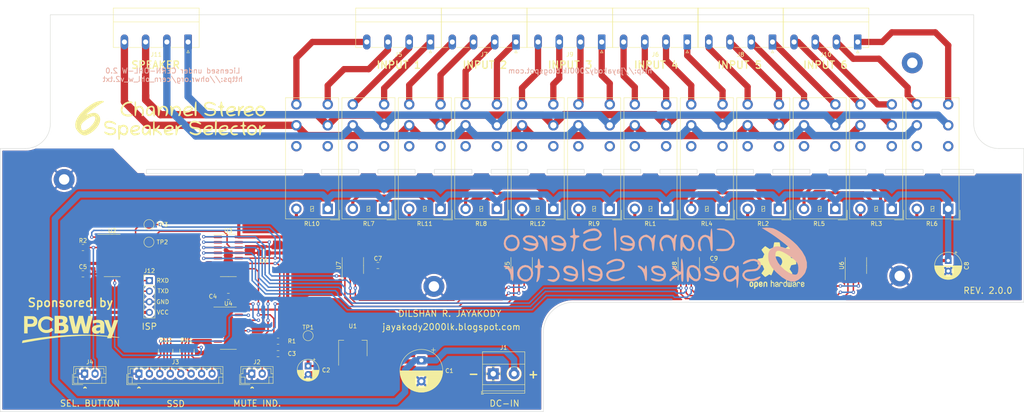
<source format=kicad_pcb>
(kicad_pcb (version 20211014) (generator pcbnew)
  (title_block (title "6-Channel Speaker Selector") (date "2022-11-04") (rev "2.0.0") (company "Dilshan R Jayakody") (comment 1 "jayakody2000lk.blogspot.com") (comment 2 "jayakody2000lk@gmail.com") (comment 3 "https://github.com/dilshan/6ch-speaker-selector"))
  (layers (0 "F.Cu" signal) (31 "B.Cu" signal) (34 "B.Paste" user) (35 "F.Paste" user) (36 "B.SilkS" user "B.Silkscreen") (37 "F.SilkS" user "F.Silkscreen") (38 "B.Mask" user) (39 "F.Mask" user) (44 "Edge.Cuts" user))
  (net 0 "")
  (net 1 "+12V")
  (net 2 "GND")
  (net 3 "+5V")
  (net 4 "/control-module/RESET")
  (net 5 "Net-(J2-Pad2)")
  (net 6 "Net-(J3-Pad2)")
  (net 7 "Net-(J3-Pad3)")
  (net 8 "Net-(J3-Pad4)")
  (net 9 "Net-(J3-Pad5)")
  (net 10 "Net-(J3-Pad6)")
  (net 11 "Net-(J3-Pad7)")
  (net 12 "Net-(J3-Pad8)")
  (net 13 "/control-module/BTN1")
  (net 14 "/relay-module/SPK1L+")
  (net 15 "/relay-module/SPK1L-")
  (net 16 "/relay-module/SPK1R+")
  (net 17 "/relay-module/SPK1R-")
  (net 18 "/relay-module/SPK4L+")
  (net 19 "/relay-module/SPK4L-")
  (net 20 "/relay-module/SPK4R+")
  (net 21 "/relay-module/SPK4R-")
  (net 22 "/relay-module/SPK2L+")
  (net 23 "/relay-module/SPK2L-")
  (net 24 "/relay-module/SPK2R+")
  (net 25 "/relay-module/SPK2R-")
  (net 26 "/relay-module/SPK5L+")
  (net 27 "/relay-module/SPK5L-")
  (net 28 "/relay-module/SPK5R+")
  (net 29 "/relay-module/SPK5R-")
  (net 30 "/relay-module/SPK3L+")
  (net 31 "/relay-module/SPK3L-")
  (net 32 "/relay-module/SPK3R+")
  (net 33 "/relay-module/SPK3R-")
  (net 34 "/relay-module/SPK6L+")
  (net 35 "/relay-module/SPK6L-")
  (net 36 "/relay-module/SPK6R+")
  (net 37 "/relay-module/SPK6R-")
  (net 38 "/relay-module/SPKL+")
  (net 39 "/relay-module/SPKL-")
  (net 40 "/relay-module/SPKR+")
  (net 41 "/relay-module/SPKR-")
  (net 42 "/control-module/ISP-RXD")
  (net 43 "/control-module/ISP-TXD")
  (net 46 "/relay-driver-module/RLY-R4")
  (net 49 "/relay-driver-module/RLY-R5")
  (net 52 "/relay-driver-module/RLY-R6")
  (net 55 "/relay-driver-module/RLY-L4")
  (net 58 "/relay-driver-module/RLY-L5")
  (net 61 "/relay-driver-module/RLY-L6")
  (net 64 "/relay-driver-module/RLY-L1")
  (net 67 "/relay-driver-module/RLY-L2")
  (net 70 "/relay-driver-module/RLY-L3")
  (net 73 "/relay-driver-module/RLY-R1")
  (net 76 "/relay-driver-module/RLY-R2")
  (net 79 "/relay-driver-module/RLY-R3")
  (net 80 "/control-module/SSD-F")
  (net 81 "/control-module/SSD-E")
  (net 82 "/control-module/SSD-G")
  (net 83 "/control-module/MUTE-IND")
  (net 84 "/control-module/SSD-B")
  (net 85 "/control-module/SSD-A")
  (net 86 "/control-module/SSD-C")
  (net 87 "/control-module/SSD-D")
  (net 88 "/control-module/DATA")
  (net 89 "/control-module/CLK")
  (net 90 "/control-module/LATCH")
  (net 98 "/control-module/RLY-CNT2")
  (net 99 "/control-module/RLY-CNT3")
  (net 100 "/control-module/RLY-CNT4")
  (net 101 "/control-module/RLY-CNT5")
  (net 102 "/control-module/RLY-CNT6")
  (net 105 "Net-(U3-Pad9)")
  (net 106 "/control-module/RLY-CNT1")
  (footprint "Relay_THT:Relay_DPDT_Omron_G2RL" (layer "F.Cu") (at 237.3875 78.4375 90)
    (fp_text reference "RL3")
    (fp_text value "G2RL-2-DC12")
  )
  (footprint "Resistor_SMD:R_0805_2012Metric_Pad1.20x1.40mm_HandSolder" (layer "F.Cu") (at 90.5 110.1 180)
    (fp_text reference "R1")
    (fp_text value "10K")
  )
  (footprint "Capacitor_SMD:C_0805_2012Metric_Pad1.18x1.45mm_HandSolder" (layer "F.Cu") (at 43.8 94)
    (fp_text reference "C5")
    (fp_text value "0.1MFD")
  )
  (footprint "MountingHole:MountingHole_2.5mm_Pad" (layer "F.Cu") (at 239.3 94.5)
    (fp_text reference "H4" hide)
    (fp_text value "M3")
  )
  (footprint "Capacitor_SMD:C_0805_2012Metric_Pad1.18x1.45mm_HandSolder" (layer "F.Cu") (at 78.6 99.4 180)
    (fp_text reference "C4")
    (fp_text value "0.1MFD")
  )
  (footprint "Connector_Phoenix_MC_HighVoltage:PhoenixContact_MC_1,5_4-G-5.08_1x04_P5.08mm_Horizontal" (layer "F.Cu") (at 208.84 38.5 180)
    (fp_text reference "J8")
    (fp_text value "5mm x 4-pin")
  )
  (footprint "Relay_THT:Relay_DPDT_Omron_G2RL" (layer "F.Cu") (at 142.8875 78.4375 90)
    (fp_text reference "RL8")
    (fp_text value "G2RL-2-DC12")
  )
  (footprint "Connector_Phoenix_MC_HighVoltage:PhoenixContact_MC_1,5_4-G-5.08_1x04_P5.08mm_Horizontal" (layer "F.Cu") (at 229.24 38.5 180)
    (fp_text reference "J10")
    (fp_text value "5mm x 4-pin")
  )
  (footprint "Resistor_SMD:R_Array_Concave_4x0603" (layer "F.Cu") (at 63.6 112.4 -90)
    (fp_text reference "RN2")
    (fp_text value "620R")
  )
  (footprint "Capacitor_THT:CP_Radial_D6.3mm_P2.50mm" (layer "F.Cu") (at 250.9 90.817621 -90)
    (fp_text reference "C8")
    (fp_text value "100MFD")
  )
  (footprint "Capacitor_THT:CP_Radial_D10.0mm_P5.00mm" (layer "F.Cu") (at 124.8 114.7 -90)
    (fp_text reference "C1")
    (fp_text value "470MFD")
  )
  (footprint "Relay_THT:Relay_DPDT_Omron_G2RL" (layer "F.Cu") (at 102.3875 78.4375 90)
    (fp_text reference "RL10")
    (fp_text value "G2RL-2-DC12")
  )
  (footprint "Package_SO:SOP-8_3.9x4.9mm_P1.27mm" (layer "F.Cu") (at 108.4 92 90)
    (fp_text reference "U7")
    (fp_text value "ULN2001D")
  )
  (footprint "Package_TO_SOT_SMD:SOT-223-3_TabPin2" (layer "F.Cu") (at 108.4 111.8 90)
    (fp_text reference "U1")
    (fp_text value "LM1117-5.0")
  )
  (footprint "Capacitor_SMD:C_0805_2012Metric_Pad1.18x1.45mm_HandSolder" (layer "F.Cu") (at 90.5 113.1)
    (fp_text reference "C3")
    (fp_text value "0.22MFD")
  )
  (footprint "Connector_Phoenix_MC_HighVoltage:PhoenixContact_MC_1,5_4-G-5.08_1x04_P5.08mm_Horizontal" (layer "F.Cu") (at 147.44 38.5 180)
    (fp_text reference "J7")
    (fp_text value "5mm x 4-pin")
  )
  (footprint "Package_SO:SOP-8_3.9x4.9mm_P1.27mm" (layer "F.Cu") (at 188.8 92 90)
    (fp_text reference "U8")
    (fp_text value "ULN2001D")
  )
  (footprint "TestPoint:TestPoint_Pad_D2.0mm" (layer "F.Cu") (at 97.7 108.8)
    (fp_text reference "TP1")
    (fp_text value "SMD-TP")
  )
  (footprint "Relay_THT:Relay_DPDT_Omron_G2RL" (layer "F.Cu") (at 223.8875 78.4375 90)
    (fp_text reference "RL5")
    (fp_text value "G2RL-2-DC12")
  )
  (footprint "Resistor_SMD:R_0805_2012Metric_Pad1.20x1.40mm_HandSolder" (layer "F.Cu") (at 43.8 87.7)
    (fp_text reference "R2")
    (fp_text value "22K")
  )
  (footprint "LOGO:6ch-sss" (layer "F.Cu") (at 64.7 57.2)
    (fp_text reference "H5" hide)
    (fp_text value "LOGO" hide)
  )
  (footprint "Capacitor_SMD:C_0805_2012Metric_Pad1.18x1.45mm_HandSolder" (layer "F.Cu") (at 114.4 92)
    (fp_text reference "C7")
    (fp_text value "0.1MFD")
  )
  (footprint "TestPoint:TestPoint_Pad_D2.0mm" (layer "F.Cu") (at 59.6 82.2)
    (fp_text reference "TP3")
    (fp_text value "SMD-TP")
  )
  (footprint "Relay_THT:Relay_DPDT_Omron_G2RL" (layer "F.Cu") (at 169.8875 78.4375 90)
    (fp_text reference "RL9")
    (fp_text value "G2RL-2-DC12")
  )
  (footprint "Relay_THT:Relay_DPDT_Omron_G2RL" (layer "F.Cu") (at 210.3875 78.4375 90)
    (fp_text reference "RL2")
    (fp_text value "G2RL-2-DC12")
  )
  (footprint "TestPoint:TestPoint_Pad_D2.0mm" (layer "F.Cu") (at 59.6 86.4)
    (fp_text reference "TP2")
    (fp_text value "SMD-TP")
  )
  (footprint "MountingHole:MountingHole_2.5mm_Pad" (layer "F.Cu") (at 39.3 71.4)
    (fp_text reference "H1" hide)
    (fp_text value "M3")
  )
  (footprint "Relay_THT:Relay_DPDT_Omron_G2RL" (layer "F.Cu") (at 156.3875 78.4375 90)
    (fp_text reference "RL12")
    (fp_text value "G2RL-2-DC12")
  )
  (footprint "Package_SO:SOP-16_3.9x9.9mm_P1.27mm" (layer "F.Cu") (at 50.8 89.6)
    (fp_text reference "U2")
    (fp_text value "STC15W201S")
  )
  (footprint "Connector_Phoenix_MC_HighVoltage:PhoenixContact_MC_1,5_4-G-5.08_1x04_P5.08mm_Horizontal" (layer "F.Cu") (at 68.965 38.5 180)
    (fp_text reference "J11")
    (fp_text value "5mm x 4-pin")
  )
  (footprint "LOGO:pcbway" (layer "F.Cu") (at 40.9 106.4)
    (fp_text reference "H6" hide)
    (fp_text value "LOGO" hide)
  )
  (footprint "Package_SO:SOP-8_3.9x4.9mm_P1.27mm" (layer "F.Cu") (at 228.8 92 90)
    (fp_text reference "U6")
    (fp_text value "ULN2001D")
  )
  (footprint "Capacitor_SMD:C_0805_2012Metric_Pad1.18x1.45mm_HandSolder" (layer "F.Cu") (at 87.1 89 180)
    (fp_text reference "C6")
    (fp_text value "0.1MFD")
  )
  (footprint "Connector_PinHeader_2.54mm:PinHeader_1x04_P2.54mm_Vertical" (layer "F.Cu") (at 59.7 95.6)
    (fp_text reference "J12")
    (fp_text value "2.54mm-4-pin-PCB-PAD")
  )
  (footprint "Connector_Phoenix_MC_HighVoltage:PhoenixContact_MC_1,5_4-G-5.08_1x04_P5.08mm_Horizontal" (layer "F.Cu") (at 167.965 38.5 180)
    (fp_text reference "J9")
    (fp_text value "5mm x 4-pin")
  )
  (footprint "MountingHole:MountingHole_2.5mm_Pad" (layer "F.Cu") (at 242.3 43.5)
    (fp_text reference "H2" hide)
    (fp_text value "M3")
  )
  (footprint "Connector_Phoenix_MC_HighVoltage:PhoenixContact_MC_1,5_4-G-5.08_1x04_P5.08mm_Horizontal" (layer "F.Cu") (at 188.44 38.5 180)
    (fp_text reference "J6")
    (fp_text value "5mm x 4-pin")
  )
  (footprint "Symbol:OSHW-Logo2_14.6x12mm_SilkScreen" (layer "F.Cu") (at 209.9 92)
    (fp_text reference "H7" hide)
    (fp_text value "LOGO" hide)
  )
  (footprint "Relay_THT:Relay_DPDT_Omron_G2RL" (layer "F.Cu") (at 183.3875 78.4375 90)
    (fp_text reference "RL1")
    (fp_text value "G2RL-2-DC12")
  )
  (footprint "Relay_THT:Relay_DPDT_Omron_G2RL" (layer "F.Cu") (at 196.8875 78.4375 90)
    (fp_text reference "RL4")
    (fp_text value "G2RL-2-DC12")
  )
  (footprint "TerminalBlock_Phoenix:TerminalBlock_Phoenix_MKDS-1,5-2_1x02_P5.00mm_Horizontal" (layer "F.Cu") (at 142 117.905)
    (fp_text reference "J1")
    (fp_text value "5mm x 2-pin")
  )
  (footprint "Connector_Phoenix_MC_HighVoltage:PhoenixContact_MC_1,5_4-G-5.08_1x04_P5.08mm_Horizontal" (layer "F.Cu") (at 126.965 38.5 180)
    (fp_text reference "J5")
    (fp_text value "5mm x 4-pin")
  )
  (footprint "Connector_JST:JST_EH_B8B-EH-A_1x08_P2.50mm_Vertical" (layer "F.Cu") (at 57.2 117.9)
    (fp_text reference "J3")
    (fp_text value "2.54mm x 8-pin")
  )
  (footprint "Capacitor_THT:CP_Radial_D5.0mm_P2.00mm" (layer "F.Cu") (at 97.7 116.044888 -90)
    (fp_text reference "C2")
    (fp_text value "10MFD")
  )
  (footprint "Package_SO:SOP-8_3.9x4.9mm_P1.27mm" (layer "F.Cu") (at 148.8 92 90)
    (fp_text reference "U5")
    (fp_text value "ULN2001D")
  )
  (footprint "Package_SO:SOP-16_3.9x9.9mm_P1.27mm" (layer "F.Cu") (at 78.6 89.6)
    (fp_text reference "U3")
    (fp_text value "74AHC595")
  )
  (footprint "MountingHole:MountingHole_2.5mm_Pad" (layer "F.Cu") (at 127.8 97)
    (fp_text reference "H3" hide)
    (fp_text value "M3")
  )
  (footprint "Capacitor_SMD:C_0805_2012Metric_Pad1.18x1.45mm_HandSolder" (layer "F.Cu") (at 194.8 92)
    (fp_text reference "C9")
    (fp_text value "0.1MFD")
  )
  (footprint "Relay_THT:Relay_DPDT_Omron_G2RL" (layer "F.Cu") (at 250.8875 78.4375 90)
    (fp_text reference "RL6")
    (fp_text value "G2RL-2-DC12")
  )
  (footprint "Connector_JST:JST_EH_B2B-EH-A_1x02_P2.50mm_Vertical" (layer "F.Cu") (at 44.2 117.9)
    (fp_text reference "J4")
    (fp_text value "2.54mm x 2-pin")
  )
  (footprint "Relay_THT:Relay_DPDT_Omron_G2RL" (layer "F.Cu") (at 115.8875 78.4375 90)
    (fp_text reference "RL7")
    (fp_text value "G2RL-2-DC12")
  )
  (footprint "Connector_JST:JST_EH_B2B-EH-A_1x02_P2.50mm_Vertical" (layer "F.Cu") (at 84.2 117.9)
    (fp_text reference "J2")
    (fp_text value "2.54mm x 2-pin")
  )
  (footprint "Package_SO:SOP-16_3.9x9.9mm_P1.27mm" (layer "F.Cu") (at 78.6 107)
    (fp_text reference "U4")
    (fp_text value "74AHC595")
  )
  (footprint "Resistor_SMD:R_Array_Concave_4x0603" (layer "F.Cu") (at 68.7 112.4 -90)
    (fp_text reference "RN1")
    (fp_text value "620R")
  )
  (footprint "Relay_THT:Relay_DPDT_Omron_G2RL" (layer "F.Cu") (at 129.3875 78.4375 90)
    (fp_text reference "RL11")
    (fp_text value "G2RL-2-DC12")
  )
  (footprint "LOGO:6ch-sss-large" (layer "B.Cu") (at 180.9 90.1 180)
    (fp_text reference "H8" hide)
    (fp_text value "LOGO" hide)
  )
  (gr_line locked (start 154 127) (end 24 127) (layer "Edge.Cuts") (width 0.1))
  (gr_arc locked (start 36 58) (mid 34.24264 62.24264) (end 30 64) (layer "Edge.Cuts") (width 0.1))
  (gr_rect (start 141.5 69) (end 150.3 69.999122) (layer "Edge.Cuts") (width 0.1) (fill none))
  (gr_rect (start 249.4 69.000878) (end 257 70) (layer "Edge.Cuts") (width 0.1) (fill none))
  (gr_rect (start 181.9 69) (end 190.8 69.999122) (layer "Edge.Cuts") (width 0.1) (fill none))
  (gr_rect (start 100.9 69) (end 109.8 69.999122) (layer "Edge.Cuts") (width 0.1) (fill none))
  (gr_line locked (start 269 100.8) (end 161.2 100.8) (layer "Edge.Cuts") (width 0.1))
  (gr_rect (start 59 69) (end 96.3 69.999122) (layer "Edge.Cuts") (width 0.1) (fill none))
  (gr_rect (start 154.9 69) (end 163.8 69.999122) (layer "Edge.Cuts") (width 0.1) (fill none))
  (gr_rect (start 195.5 69) (end 204.3 69.999122) (layer "Edge.Cuts") (width 0.1) (fill none))
  (gr_arc locked (start 154 108) (mid 156.108831 102.908831) (end 161.2 100.8) (layer "Edge.Cuts") (width 0.1))
  (gr_rect (start 235.9 69) (end 244.9 69.999122) (layer "Edge.Cuts") (width 0.1) (fill none))
  (gr_arc locked (start 263 64) (mid 258.75736 62.24264) (end 257 58) (layer "Edge.Cuts") (width 0.1))
  (gr_rect (start 114.4 69.000878) (end 123.3 70) (layer "Edge.Cuts") (width 0.1) (fill none))
  (gr_rect (start 127.9 69) (end 136.9 69.999122) (layer "Edge.Cuts") (width 0.1) (fill none))
  (gr_line locked (start 24 127) (end 24 64) (layer "Edge.Cuts") (width 0.1))
  (gr_line locked (start 269 64) (end 269 100.8) (layer "Edge.Cuts") (width 0.1))
  (gr_line locked (start 154 108) (end 154 127) (layer "Edge.Cuts") (width 0.1))
  (gr_rect (start 208.9 69) (end 217.8 69.999122) (layer "Edge.Cuts") (width 0.1) (fill none))
  (gr_line (start 269 64) (end 263 64) (layer "Edge.Cuts") (width 0.1))
  (gr_line (start 30 64) (end 24 64) (layer "Edge.Cuts") (width 0.1))
  (gr_rect (start 222.4 69) (end 231.2 69.999122) (layer "Edge.Cuts") (width 0.1) (fill none))
  (gr_rect (start 168.4 69) (end 177.3 69.999122) (layer "Edge.Cuts") (width 0.1) (fill none))
  (gr_line locked (start 36 32) (end 257 32) (layer "Edge.Cuts") (width 0.1))
  (gr_line (start 36 32) (end 36 58) (layer "Edge.Cuts") (width 0.1))
  (gr_line locked (start 257 32) (end 257 58) (layer "Edge.Cuts") (width 0.1))
  (gr_text "http://jayakody2000lk.blogspot.com" (at 162.8 45.4) (layer "B.SilkS") (effects (font (size 1.25 1.25) (thickness 0.2)) (justify mirror)))
  (gr_text "Licensed under CERN-OHL-W 2.0\nhttps://ohwr.org/cern_ohl_w_v2.txt" (at 65.3 46.4) (layer "B.SilkS") (effects (font (size 1.25 1.25) (thickness 0.2)) (justify mirror)))
  (gr_text "INPUT 1" (at 119.4 44) (layer "F.SilkS") (effects (font (size 1.75 1.75) (thickness 0.3))))
  (gr_text "RXD" (at 62.9 95.6) (layer "F.SilkS") (effects (font (size 1 1))))
  (gr_text "MUTE IND." (at 85.5 125) (layer "F.SilkS") (effects (font (size 1.5 1.5) (thickness 0.2))))
  (gr_text "INPUT 3" (at 160.4 44) (layer "F.SilkS") (effects (font (size 1.75 1.75) (thickness 0.3))))
  (gr_text "REV. 2.0.0" (at 260.4 98) (layer "F.SilkS") (effects (font (size 1.5 1.5) (thickness 0.2))))
  (gr_text "SPEAKER" (at 61.2 44) (layer "F.SilkS") (effects (font (size 1.75 1.75) (thickness 0.3))))
  (gr_text "^" (at 84.3 122) (layer "F.SilkS") (effects (font (size 1.5 1.5) (thickness 0.3))))
  (gr_text "GND" (at 62.9 100.7) (layer "F.SilkS") (effects (font (size 1 1))))
  (gr_text "^" (at 44.3 122) (layer "F.SilkS") (effects (font (size 1.5 1.5) (thickness 0.3))))
  (gr_text "Sponsored by" (at 40.8 100.9) (layer "F.SilkS") (effects (font (size 2 2) (thickness 0.35))))
  (gr_text "-" (at 137.3 117.9) (layer "F.SilkS") (effects (font (size 2 2) (thickness 0.35))))
  (gr_text "ISP" (at 59.7 106.6) (layer "F.SilkS") (effects (font (size 1.5 1.5) (thickness 0.2))))
  (gr_text "INPUT 2" (at 140 44) (layer "F.SilkS") (effects (font (size 1.75 1.75) (thickness 0.3))))
  (gr_text "INPUT 5" (at 201 44) (layer "F.SilkS") (effects (font (size 1.75 1.75) (thickness 0.3))))
  (gr_text "INPUT 4" (at 181 44) (layer "F.SilkS") (effects (font (size 1.75 1.75) (thickness 0.3))))
  (gr_text "SSD" (at 66 125.1) (layer "F.SilkS") (effects (font (size 1.5 1.5) (thickness 0.2))))
  (gr_text "VCC" (at 62.9 103.2) (layer "F.SilkS") (effects (font (size 1 1))))
  (gr_text "TXD" (at 63 98.1) (layer "F.SilkS") (effects (font (size 1 1))))
  (gr_text "^" (at 57.2 122) (layer "F.SilkS") (effects (font (size 1.5 1.5) (thickness 0.3))))
  (gr_text "jayakody2000lk.blogspot.com" (at 132 106.7) (layer "F.SilkS") (effects (font (size 1.5 1.5) (thickness 0.2))))
  (gr_text "SEL. BUTTON" (at 45.5 125) (layer "F.SilkS") (effects (font (size 1.5 1.5) (thickness 0.2))))
  (gr_text "DILSHAN R. JAYAKODY" (at 131.6 103.5) (layer "F.SilkS") (effects (font (size 1.5 1.5) (thickness 0.2))))
  (gr_text "INPUT 6" (at 221.5 44) (layer "F.SilkS") (effects (font (size 1.75 1.75) (thickness 0.3))))
  (gr_text "+" (at 151.6 118) (layer "F.SilkS") (effects (font (size 2 2) (thickness 0.35))))
  (gr_text "DC-IN" (at 144.7 125) (layer "F.SilkS") (effects (font (size 1.5 1.5) (thickness 0.2))))
  (segment (start 193.7625 92) (end 192.1 92) (width 0.75) (layer "F.Cu") (net 1))
  (segment (start 113.3625 90.6375) (end 114.6 89.4) (width 0.75) (layer "F.Cu") (net 1))
  (segment (start 110.7 114.95) (end 124.55 114.95) (width 1) (layer "F.Cu") (net 1))
  (segment (start 194.8 89.3) (end 221 89.3) (width 0.75) (layer "F.Cu") (net 1))
  (segment (start 190.705 90.605) (end 190.705 89.375) (width 0.75) (layer "F.Cu") (net 1))
  (segment (start 150.705 89.375) (end 175.275 89.375) (width 0.75) (layer "F.Cu") (net 1))
  (segment (start 244.075 89.375) (end 245.517621 90.817621) (width 0.75) (layer "F.Cu") (net 1))
  (segment (start 144.2 89.4) (end 146.35 91.55) (width 0.75) (layer "F.Cu") (net 1))
  (segment (start 124.55 114.95) (end 124.8 114.7) (width 1) (layer "F.Cu") (net 1))
  (segment (start 110.305 91.105) (end 111.2 92) (width 0.75) (layer "F.Cu") (net 1))
  (segment (start 230.705 90.595) (end 230.705 89.375) (width 0.75) (layer "F.Cu") (net 1))
  (segment (start 150.15 91.55) (end 150.705 90.995) (width 0.75) (layer "F.Cu") (net 1))
  (segment (start 146.35 91.55) (end 150.15 91.55) (width 0.75) (layer "F.Cu") (net 1))
  (segment (start 190.01 91.3) (end 190.705 90.605) (width 0.75) (layer "F.Cu") (net 1))
  (segment (start 245.517621 90.817621) (end 250.9 90.817621) (width 0.75) (layer "F.Cu") (net 1))
  (segment (start 193.7625 92) (end 193.7625 90.3375) (width 0.75) (layer "F.Cu") (net 1))
  (segment (start 114.6 89.4) (end 144.2 89.4) (width 0.75) (layer "F.Cu") (net 1))
  (segment (start 113.3625 92) (end 113.3625 90.6375) (width 0.75) (layer "F.Cu") (net 1))
  (segment (start 111.2 92) (end 113.3625 92) (width 0.75) (layer "F.Cu") (net 1))
  (segment (start 177.2 91.3) (end 190.01 91.3) (width 0.75) (layer "F.Cu") (net 1))
  (segment (start 230.1 91.2) (end 230.705 90.595) (width 0.75) (layer "F.Cu") (net 1))
  (segment (start 222.9 91.2) (end 230.1 91.2) (width 0.75) (layer "F.Cu") (net 1))
  (segment (start 230.705 89.375) (end 244.075 89.375) (width 0.75) (layer "F.Cu") (net 1))
  (segment (start 175.275 89.375) (end 177.2 91.3) (width 0.75) (layer "F.Cu") (net 1))
  (segment (start 110.305 89.375) (end 110.305 91.105) (width 0.75) (layer "F.Cu") (net 1))
  (segment (start 193.7625 90.3375) (end 194.8 89.3) (width 0.75) (layer "F.Cu") (net 1))
  (segment (start 150.705 90.995) (end 150.705 89.375) (width 0.75) (layer "F.Cu") (net 1))
  (segment (start 221 89.3) (end 222.9 91.2) (width 0.75) (layer "F.Cu") (net 1))
  (segment (start 192.1 92) (end 190.705 90.605) (width 0.75) (layer "F.Cu") (net 1))
  (segment (start 183.3875 78.4375) (end 183.3875 76.6875) (width 1.5) (layer "B.Cu") (net 1))
  (segment (start 144.675 75) (end 142.8875 76.7875) (width 1.5) (layer "B.Cu") (net 1))
  (segment (start 196.8875 78.4375) (end 196.8875 76.7125) (width 0.35) (layer "B.Cu") (net 1))
  (segment (start 196.8875 76.8875) (end 195 75) (width 1.5) (layer "B.Cu") (net 1))
  (segment (start 171.7 75) (end 181.7 75) (width 0.35) (layer "B.Cu") (net 1))
  (segment (start 156.3875 76.6875) (end 156.3875 78.4375) (width 1.5) (layer "B.Cu") (net 1))
  (segment (start 115.8875 76.9875) (end 115.8875 76.8125) (width 0.35) (layer "B.Cu") (net 1))
  (segment (start 210.3875 76.6125) (end 210.3875 78.4375) (width 0.35) (layer "B.Cu") (net 1))
  (segment (start 127.6 75) (end 127.7 75) (width 0.35) (layer "B.Cu") (net 1))
  (segment (start 185.075 75) (end 183.3875 76.6875) (width 1.5) (layer "B.Cu") (net 1))
  (segment (start 225.4 75) (end 235.7 75) (width 0.35) (layer "B.Cu") (net 1))
  (segment (start 169.8875 76.7875) (end 169.8875 78.4375) (width 1.5) (layer "B.Cu") (net 1))
  (segment (start 120.9 122.3) (end 118.7 124.5) (width 1.5) (layer "B.Cu") (net 1))
  (segment (start 118.7 124.5) (end 42 124.5) (width 1.5) (layer "B.Cu") (net 1))
  (segment (start 124.8 114.7) (end 128.3 114.7) (width 1.5) (layer "B.Cu") (net 1))
  (segment (start 156.3875 76.6125) (end 158 75) (width 0.35) (layer "B.Cu") (net 1))
  (segment (start 237.3875 78.4375) (end 237.3875 76.5125) (width 0.35) (layer "B.Cu") (net 1))
  (segment (start 223.8875 76.5125) (end 225.4 75) (width 0.35) (layer "B.Cu") (net 1))
  (segment (start 212 75) (end 222.3 75) (width 0.35) (layer "B.Cu") (net 1))
  (segment (start 156.3875 78.4375) (end 156.3875 76.6125) (width 0.35) (layer "B.Cu") (net 1))
  (segment (start 131.175 75) (end 129.3875 76.7875) (width 1.5) (layer "B.Cu") (net 1))
  (segment (start 115.8875 76.8125) (end 117.7 75) (width 0.35) (layer "B.Cu") (net 1))
  (segment (start 210.4 76.6) (end 210.3875 76.6125) (width 0.35) (layer "B.Cu") (net 1))
  (segment (start 129.3875 76.7875) (end 129.3875 78.4375) (width 1.5) (layer "B.Cu") (net 1))
  (segment (start 210.3875 76.5875) (end 208.8 75) (width 1.5) (layer "B.Cu") (net 1))
  (segment (start 102.3875 76.2125) (end 102.3875 78.4375) (width 1.5) (layer "B.Cu") (net 1))
  (segment (start 198.775 75) (end 196.8875 76.8875) (width 1.5) (layer "B.Cu") (net 1))
  (segment (start 169.8875 76.8125) (end 169.8875 78.4375) (width 0.35) (layer "B.Cu") (net 1))
  (segment (start 129.3875 76.7875) (end 127.6 75) (width 1.5) (layer "B.Cu") (net 1))
  (segment (start 250.8875 76.5875) (end 249.3 75) (width 1.5) (layer "B.Cu") (net 1))
  (segment (start 131.1 75) (end 141.1 75) (width 0.35) (layer "B.Cu") (net 1))
  (segment (start 222.3 75) (end 211.975 75) (width 1.5) (layer "B.Cu") (net 1))
  (segment (start 144.9 112.4) (end 147 114.5) (width 1.5) (layer "B.Cu") (net 1))
  (segment (start 183.3875 78.4375) (end 183.3875 76.6125) (width 0.35) (layer "B.Cu") (net 1))
  (segment (start 239.075 75) (end 237.3875 76.6875) (width 1.5) (layer "B.Cu") (net 1))
  (segment (start 114.2 75) (end 103.6 75) (width 1.5) (layer "B.Cu") (net 1))
  (segment (start 115.8875 78.4375) (end 115.8875 76.6875) (width 1.5) (layer "B.Cu") (net 1))
  (segment (start 37.1 119.6) (end 37.1 80.8) (width 1.5) (layer "B.Cu") (net 1))
  (segment (start 183.3875 76.6875) (end 181.7 75) (width 1.5) (layer "B.Cu") (net 1))
  (segment (start 117.7 75) (end 127.6 75) (width 0.35) (layer "B.Cu") (net 1))
  (segment (start 120.9 117) (end 120.9 122.3) (width 1.5) (layer "B.Cu") (net 1))
  (segment (start 250.8875 90.805121) (end 250.9 90.817621) (width 1.5) (layer "B.Cu") (net 1))
  (segment (start 169.8875 76.7875) (end 168.1 75) (width 1.5) (layer "B.Cu") (net 1))
  (segment (start 158 75) (end 168.1 75) (width 0.35) (layer "B.Cu") (net 1))
  (segment (start 198.6 75) (end 208.8 75) (width 0.35) (layer "B.Cu") (net 1))
  (segment (start 223.8875 78.4375) (end 223.8875 76.5875) (width 1.5) (layer "B.Cu") (net 1))
  (segment (start 141.1 75) (end 131.175 75) (width 1.5) (layer "B.Cu") (net 1))
  (segment (start 156.3875 76.6875) (end 154.7 75) (width 1.5) (layer "B.Cu") (net 1))
  (segment (start 42.9 75) (end 101.175 75) (width 1.5) (layer "B.Cu") (net 1))
  (segment (start 147 114.5) (end 147 117.905) (width 1.5) (layer "B.Cu") (net 1))
  (segment (start 196.8875 78.4375) (end 196.8875 76.8875) (width 1.5) (layer "B.Cu") (net 1))
  (segment (start 237.3875 76.6875) (end 235.7 75) (width 1.5) (layer "B.Cu") (net 1))
  (segment (start 129.4 76.7) (end 131.1 75) (width 0.35) (layer "B.Cu") (net 1))
  (segment (start 195 75) (end 185.075 75) (width 1.5) (layer "B.Cu") (net 1))
  (segment (start 117.575 75) (end 115.8875 76.6875) (width 1.5) (layer "B.Cu") (net 1))
  (segment (start 128.3 114.7) (end 130.6 112.4) (width 1.5) (layer "B.Cu") (net 1))
  (segment (start 185 75) (end 195 75) (width 0.35) (layer "B.Cu") (net 1))
  (segment (start 158.075 75) (end 156.3875 76.6875) (width 1.5) (layer "B.Cu") (net 1))
  (segment (start 183.3875 76.6125) (end 185 75) (width 0.35) (layer "B.Cu") (net 1))
  (segment (start 181.7 75) (end 171.675 75) (width 1.5) (layer "B.Cu") (net 1))
  (segment (start 115.8875 76.9875) (end 115.8875 78.4375) (width 0.35) (layer "B.Cu") (net 1))
  (segment (start 127.7 75) (end 129.4 76.7) (width 0.35) (layer "B.Cu") (net 1))
  (segment (start 123.2 114.7) (end 120.9 117) (width 1.5) (layer "B.Cu") (net 1))
  (segment (start 124.8 114.7) (end 123.2 114.7) (width 1.5) (layer "B.Cu") (net 1))
  (segment (start 249.3 75) (end 239.075 75) (width 1.5) (layer "B.Cu") (net 1))
  (segment (start 154.7 75) (end 144.675 75) (width 1.5) (layer "B.Cu") (net 1))
  (segment (start 130.6 112.4) (end 144.9 112.4) (width 1.5) (layer "B.Cu") (net 1))
  (segment (start 103.6 75) (end 102.3875 76.2125) (width 1.5) (layer "B.Cu") (net 1))
  (segment (start 238.9 75) (end 249.3 75) (width 0.35) (layer "B.Cu") (net 1))
  (segment (start 101.175 75) (end 102.3875 76.2125) (width 1.5) (layer "B.Cu") (net 1))
  (segment (start 129.3875 76.7125) (end 129.3875 78.4375) (width 0.35) (layer "B.Cu") (net 1))
  (segment (start 223.8875 76.5875) (end 222.3 75) (width 1.5) (layer "B.Cu") (net 1))
  (segment (start 127.6 75) (end 117.575 75) (width 1.5) (layer "B.Cu") (net 1))
  (segment (start 142.8875 76.7875) (end 141.1 75) (width 1.5) (layer "B.Cu") (net 1))
  (segment (start 169.9 76.8) (end 169.8875 76.8125) (width 0.35) (layer "B.Cu") (net 1))
  (segment (start 250.8875 78.4375) (end 250.8875 76.5875) (width 1.5) (layer "B.Cu") (net 1))
  (segment (start 169.8875 76.8125) (end 171.7 75) (width 0.35) (layer "B.Cu") (net 1))
  (segment (start 225.475 75) (end 223.8875 76.5875) (width 1.5) (layer "B.Cu") (net 1))
  (segment (start 115.8875 76.6875) (end 114.2 75) (width 1.5) (layer "B.Cu") (net 1))
  (segment (start 235.7 75) (end 225.475 75) (width 1.5) (layer "B.Cu") (net 1))
  (segment (start 42 124.5) (end 37.1 119.6) (width 1.5) (layer "B.Cu") (net 1))
  (segment (start 142.8875 76.7125) (end 144.6 75) (width 0.35) (layer "B.Cu") (net 1))
  (segment (start 211.975 75) (end 210.3875 76.5875) (width 1.5) (layer "B.Cu") (net 1))
  (segment (start 129.4 76.7) (end 129.3875 76.7125) (width 0.35) (layer "B.Cu") (net 1))
  (segment (start 115.8875 76.6875) (end 115.8875 76.9875) (width 0.35) (layer "B.Cu") (net 1))
  (segment (start 210.3875 78.4375) (end 210.3875 76.5875) (width 1.5) (layer "B.Cu") (net 1))
  (segment (start 210.3875 76.6125) (end 212 75) (width 0.35) (layer "B.Cu") (net 1))
  (segment (start 144.6 75) (end 154.7 75) (width 0.35) (layer "B.Cu") (net 1))
  (segment (start 142.8875 78.4375) (end 142.8875 76.7125) (width 0.35) (layer "B.Cu") (net 1))
  (segment (start 37.1 80.8) (end 42.9 75) (width 1.5) (layer "B.Cu") (net 1))
  (segment (start 196.8875 76.7125) (end 198.6 75) (width 0.35) (layer "B.Cu") (net 1))
  (segment (start 168.1 75) (end 158.075 75) (width 1.5) (layer "B.Cu") (net 1))
  (segment (start 208.8 75) (end 198.775 75) (width 1.5) (layer "B.Cu") (net 1))
  (segment (start 208.8 75) (end 210.4 76.6) (width 0.35) (layer "B.Cu") (net 1))
  (segment (start 237.3875 76.6875) (end 237.3875 78.4375) (width 1.5) (layer "B.Cu") (net 1))
  (segment (start 168.1 75) (end 169.9 76.8) (width 0.35) (layer "B.Cu") (net 1))
  (segment (start 171.675 75) (end 169.8875 76.7875) (width 1.5) (layer "B.Cu") (net 1))
  (segment (start 237.3875 76.5125) (end 238.9 75) (width 0.35) (layer "B.Cu") (net 1))
  (segment (start 142.8875 76.7875) (end 142.8875 78.4375) (width 1.5) (layer "B.Cu") (net 1))
  (segment (start 223.8875 78.4375) (end 223.8875 76.5125) (width 0.35) (layer "B.Cu") (net 1))
  (segment (start 250.8875 78.4375) (end 250.8875 90.805121) (width 1.5) (layer "B.Cu") (net 1))
  (segment (start 106.1 114.95) (end 103.95 114.95) (width 1.5) (layer "F.Cu") (net 2))
  (segment (start 100.855112 118.044888) (end 97.7 118.044888) (width 1.5) (layer "F.Cu") (net 2))
  (segment (start 103.95 114.95) (end 100.855112 118.044888) (width 1.5) (layer "F.Cu") (net 2))
  (segment (start 91.5 114) (end 91.5 113.1375) (width 0.75) (layer "F.Cu") (net 2))
  (segment (start 86.0275 88.965) (end 86.0625 89) (width 0.5) (layer "F.Cu") (net 2))
  (segment (start 44.1 118) (end 44.2 117.9) (width 0.35) (layer "F.Cu") (net 2))
  (segment (start 44.8825 94.045) (end 44.8375 94) (width 0.75) (layer "F.Cu") (net 2))
  (segment (start 124.95 119.85) (end 124.8 119.7) (width 1) (layer "F.Cu") (net 2))
  (segment (start 91.5 113.1375) (end 91.5375 113.1) (width 0.75) (layer "F.Cu") (net 2))
  (segment (start 91.655 85.155) (end 92.8 86.3) (width 0.75) (layer "F.Cu") (net 3))
  (segment (start 81.1 102.555) (end 81.1 100.8625) (width 0.35) (layer "F.Cu") (net 3))
  (segment (start 108.4 108.65) (end 97.85 108.65) (width 0.75) (layer "F.Cu") (net 3))
  (segment (start 108.4 114.95) (end 108.4 108.65) (width 1) (layer "F.Cu") (net 3))
  (segment (start 81.1 85.155) (end 91.655 85.155) (width 0.75) (layer "F.Cu") (net 3))
  (segment (start 42.7625 100.9375) (end 42.7625 92.1375) (width 0.75) (layer "F.Cu") (net 3))
  (segment (start 81.1 100.8625) (end 79.6375 99.4) (width 0.35) (layer "F.Cu") (net 3))
  (segment (start 97.7 104.5) (end 97.7 108.8) (width 0.75) (layer "F.Cu") (net 3))
  (segment (start 95.755 102.555) (end 97.7 104.5) (width 0.75) (layer "F.Cu") (net 3))
  (segment (start 91.8 89) (end 92.8 90) (width 0.75) (layer "F.Cu") (net 3))
  (segment (start 92.8 108.8) (end 91.5 110.1) (width 0.75) (layer "F.Cu") (net 3))
  (segment (start 42.8 80.6) (end 44.5 78.9) (width 0.75) (layer "F.Cu") (net 3))
  (segment (start 92.8 86.3) (end 92.8 88) (width 0.75) (layer "F.Cu") (net 3))
  (segment (start 43.395 91.505) (end 42.8 90.91) (width 0.75) (layer "F.Cu") (net 3))
  (segment (start 42.7625 100.9375) (end 42.7625 94) (width 0.35) (layer "F.Cu") (net 3))
  (segment (start 97.7 116.044888) (end 97.7 108.8) (width 0.75) (layer "F.Cu") (net 3))
  (segment (start 88.1375 89) (end 91.8 89) (width 0.75) (layer "F.Cu") (net 3))
  (segment (start 93.845 102.555) (end 95.755 102.555) (width 0.75) (layer "F.Cu") (net 3))
  (segment (start 59.7 103.22) (end 45.045 103.22) (width 0.75) (layer "F.Cu") (net 3))
  (segment (start 80 78.9) (end 81.1 80) (width 0.75) (layer "F.Cu") (net 3))
  (segment (start 92.8 101.51) (end 93.845 102.555) (width 0.75) (layer "F.Cu") (net 3))
  (segment (start 45.045 103.22) (end 42.7625 100.9375) (width 0.75) (layer "F.Cu") (net 3))
  (segment (start 42.8 90.91) (end 42.8 87.7) (width 0.75) (layer "F.Cu") (net 3))
  (segment (start 92.8 88) (end 91.8 89) (width 0.75) (layer "F.Cu") (net 3))
  (segment (start 91.755 102.555) (end 92.8 101.51) (width 0.5) (layer "F.Cu") (net 3))
  (segment (start 44.5 78.9) (end 80 78.9) (width 0.75) (layer "F.Cu") (net 3))
  (segment (start 97.85 108.65) (end 97.7 108.8) (width 0.75) (layer "F.Cu") (net 3))
  (segment (start 81.1 80) (end 81.1 85.155) (width 0.75) (layer "F.Cu") (net 3))
  (segment (start 97.7 108.8) (end 92.8 108.8) (width 0.75) (layer "F.Cu") (net 3))
  (segment (start 81.1 102.555) (end 91.755 102.555) (width 0.5) (layer "F.Cu") (net 3))
  (segment (start 42.8 87.7) (end 42.8 80.6) (width 0.75) (layer "F.Cu") (net 3))
  (segment (start 92.8 90) (end 92.8 101.51) (width 0.75) (layer "F.Cu") (net 3))
  (segment (start 42.7625 92.1375) (end 43.395 91.505) (width 0.75) (layer "F.Cu") (net 3))
  (segment (start 42.7625 92.1375) (end 42.7625 94) (width 0.35) (layer "F.Cu") (net 3))
  (segment (start 48.3 91.505) (end 43.395 91.505) (width 0.75) (layer "F.Cu") (net 3))
  (segment (start 89.425 110.175) (end 89.5 110.1) (width 0.35) (layer "F.Cu") (net 4))
  (segment (start 85.8 93.5) (end 85.8 101.2) (width 0.35) (layer "F.Cu") (net 4))
  (segment (start 85.075 92.775) (end 85.8 93.5) (width 0.35) (layer "F.Cu") (net 4))
  (segment (start 89.5 104.7) (end 89.5 110.1) (width 0.35) (layer "F.Cu") (net 4))
  (segment (start 81.1 110.175) (end 89.425 110.175) (width 0.35) (layer "F.Cu") (net 4))
  (segment (start 85.8 103.8) (end 88.6 103.8) (width 0.35) (layer "F.Cu") (net 4))
  (segment (start 81.1 92.775) (end 85.075 92.775) (width 0.35) (layer "F.Cu") (net 4))
  (segment (start 88.6 103.8) (end 89.5 104.7) (width 0.35) (layer "F.Cu") (net 4))
  (segment (start 89.4625 110.1375) (end 89.5 110.1) (width 0.35) (layer "F.Cu") (net 4))
  (segment (start 89.4625 113.1) (end 89.4625 110.1375) (width 0.35) (layer "F.Cu") (net 4))
  (via (at 85.8 101.2) (size 0.8) (drill 0.4) (layers "F.Cu" "B.Cu") (net 4))
  (via (at 85.8 103.8) (size 0.8) (drill 0.4) (layers "F.Cu" "B.Cu") (net 4))
  (segment (start 85.8 103.8) (end 85.8 101.2) (width 0.35) (layer "B.Cu") (net 4))
  (segment (start 86.7 115.2) (end 86.7 117.9) (width 0.35) (layer "F.Cu") (net 5))
  (segment (start 70.4 114.2) (end 85.7 114.2) (width 0.35) (layer "F.Cu") (net 5))
  (segment (start 85.7 114.2) (end 86.7 115.2) (width 0.35) (layer "F.Cu") (net 5))
  (segment (start 69.9 113.25) (end 69.9 113.7) (width 0.35) (layer "F.Cu") (net 5))
  (segment (start 69.9 113.7) (end 70.4 114.2) (width 0.35) (layer "F.Cu") (net 5))
  (segment (start 62.4 113.6) (end 59.7 116.3) (width 0.35) (layer "F.Cu") (net 6))
  (segment (start 59.7 116.3) (end 59.7 117.9) (width 0.35) (layer "F.Cu") (net 6))
  (segment (start 62.4 113.25) (end 62.4 113.6) (width 0.35) (layer "F.Cu") (net 6))
  (segment (start 63.2 113.25) (end 63.2 115.2) (width 0.35) (layer "F.Cu") (net 7))
  (segment (start 62.2 116.2) (end 62.2 117.9) (width 0.35) (layer "F.Cu") (net 7))
  (segment (start 63.2 115.2) (end 62.2 116.2) (width 0.35) (layer "F.Cu") (net 7))
  (segment (start 64 115.5) (end 64.7 116.2) (width 0.35) (layer "F.Cu") (net 8))
  (segment (start 64 113.25) (end 64 115.5) (width 0.35) (layer "F.Cu") (net 8))
  (segment (start 64.7 116.2) (end 64.7 117.9) (width 0.35) (layer "F.Cu") (net 8))
  (segment (start 64.8 113.25) (end 64.8 115) (width 0.35) (layer "F.Cu") (net 9))
  (segment (start 64.8 115) (end 67.2 117.4) (width 0.35) (layer "F.Cu") (net 9))
  (segment (start 67.2 117.4) (end 67.2 117.9) (width 0.35) (layer "F.Cu") (net 9))
  (segment (start 67.5 113.25) (end 67.5 115.7) (width 0.35) (layer "F.Cu") (net 10))
  (segment (start 67.5 115.7) (end 69.7 117.9) (width 0.35) (layer "F.Cu") (net 10))
  (segment (start 71.4 115.6) (end 72.2 116.4) (width 0.35) (layer "F.Cu") (net 11))
  (segment (start 72.2 116.4) (end 72.2 117.9) (width 0.35) (layer "F.Cu") (net 11))
  (segment (start 68.3 115.1) (end 68.8 115.6) (width 0.35) (layer "F.Cu") (net 11))
  (segment (start 68.8 115.6) (end 71.4 115.6) (width 0.35) (layer "F.Cu") (net 11))
  (segment (start 68.3 113.25) (end 68.3 115.1) (width 0.35) (layer "F.Cu") (net 11))
  (segment (start 69.1 113.25) (end 69.1 114.5) (width 0.35) (layer "F.Cu") (net 12))
  (segment (start 69.5 114.9) (end 73.6 114.9) (width 0.35) (layer "F.Cu") (net 12))
  (segment (start 69.1 114.5) (end 69.5 114.9) (width 0.35) (layer "F.Cu") (net 12))
  (segment (start 73.6 114.9) (end 74.7 116) (width 0.35) (layer "F.Cu") (net 12))
  (segment (start 74.7 116) (end 74.7 117.9) (width 0.35) (layer "F.Cu") (net 12))
  (segment (start 44.8 87.7) (end 46.3 87.7) (width 0.35) (layer "F.Cu") (net 13))
  (segment (start 46.3 87.7) (end 48.295 87.7) (width 0.35) (layer "F.Cu") (net 13))
  (segment (start 48.295 87.7) (end 48.3 87.695) (width 0.35) (layer "F.Cu") (net 13))
  (via (at 46.3 87.7) (size 0.8) (drill 0.4) (layers "F.Cu" "B.Cu") (net 13))
  (segment (start 46.3 114.2) (end 46.7 114.6) (width 0.35) (layer "B.Cu") (net 13))
  (segment (start 46.3 87.7) (end 46.3 114.2) (width 0.35) (layer "B.Cu") (net 13))
  (segment (start 46.7 114.6) (end 46.7 117.9) (width 0.35) (layer "B.Cu") (net 13))
  (segment (start 115.8875 53.4375) (end 115.8875 49.5775) (width 1.5) (layer "F.Cu") (net 14))
  (segment (start 115.8875 49.5775) (end 126.965 38.5) (width 1.5) (layer "F.Cu") (net 14))
  (segment (start 121.885 38.5) (end 121.885 39.94) (width 1.5) (layer "F.Cu") (net 15))
  (segment (start 121.885 39.94) (end 108.3875 53.4375) (width 1.5) (layer "F.Cu") (net 15))
  (segment (start 116.805 38.5) (end 116.805 40.395) (width 1.5) (layer "F.Cu") (net 16))
  (segment (start 102.3875 48.9125) (end 102.3875 53.4375) (width 1.5) (layer "F.Cu") (net 16))
  (segment (start 112.2 45) (end 106.3 45) (width 1.5) (layer "F.Cu") (net 16))
  (segment (start 106.3 45) (end 102.3875 48.9125) (width 1.5) (layer "F.Cu") (net 16))
  (segment (start 116.805 40.395) (end 112.2 45) (width 1.5) (layer "F.Cu") (net 16))
  (segment (start 98.7 38.5) (end 94.8875 42.3125) (width 1.5) (layer "F.Cu") (net 17))
  (segment (start 111.725 38.5) (end 98.7 38.5) (width 1.5) (layer "F.Cu") (net 17))
  (segment (start 94.8875 42.3125) (end 94.8875 53.4375) (width 1.5) (layer "F.Cu") (net 17))
  (segment (start 188.44 41.74) (end 196.8875 50.1875) (width 1.5) (layer "F.Cu") (net 18))
  (segment (start 196.8875 50.1875) (end 196.8875 53.4375) (width 1.5) (layer "F.Cu") (net 18))
  (segment (start 188.44 38.5) (end 188.44 41.74) (width 1.5) (layer "F.Cu") (net 18))
  (segment (start 183.36 38.5) (end 183.36 42.86) (width 1.5) (layer "F.Cu") (net 19))
  (segment (start 189.3875 48.8875) (end 189.3875 53.4375) (width 1.5) (layer "F.Cu") (net 19))
  (segment (start 183.36 42.86) (end 189.3875 48.8875) (width 1.5) (layer "F.Cu") (net 19))
  (segment (start 178.28 38.5) (end 178.28 44.58) (width 1.5) (layer "F.Cu") (net 20))
  (segment (start 178.28 44.58) (end 183.3875 49.6875) (width 1.5) (layer "F.Cu") (net 20))
  (segment (start 183.3875 49.6875) (end 183.3875 53.4375) (width 1.5) (layer "F.Cu") (net 20))
  (segment (start 173.2 46.625) (end 175.8875 49.3125) (width 1.5) (layer "F.Cu") (net 21))
  (segment (start 175.8875 49.3125) (end 175.8875 53.4375) (width 1.5) (layer "F.Cu") (net 21))
  (segment (start 173.2 38.5) (end 173.2 46.625) (width 1.5) (layer "F.Cu") (net 21))
  (segment (start 142.8875 43.0525) (end 142.8875 53.4375) (width 1.5) (layer "F.Cu") (net 22))
  (segment (start 147.44 38.5) (end 142.8875 43.0525) (width 1.5) (layer "F.Cu") (net 22))
  (segment (start 135.3875 45.4725) (end 135.3875 53.4375) (width 1.5) (layer "F.Cu") (net 23))
  (segment (start 142.36 38.5) (end 135.3875 45.4725) (width 1.5) (layer "F.Cu") (net 23))
  (segment (start 137.28 38.5) (end 129.3875 46.3925) (width 1.5) (layer "F.Cu") (net 24))
  (segment (start 129.3875 46.3925) (end 129.3875 53.4375) (width 1.5) (layer "F.Cu") (net 24))
  (segment (start 121.8875 53.4375) (end 121.8875 48.8125) (width 1.5) (layer "F.Cu") (net 25))
  (segment (start 121.8875 48.8125) (end 132.2 38.5) (width 1.5) (layer "F.Cu") (net 25))
  (segment (start 208.95 38.5) (end 208.84 38.5) (width 1.5) (layer "F.Cu") (net 26))
  (segment (start 223.8875 53.4375) (end 208.95 38.5) (width 1.5) (layer "F.Cu") (net 26))
  (segment (start 216.3875 51.1275) (end 216.3875 53.4375) (width 1.5) (layer "F.Cu") (net 27))
  (segment (start 203.76 38.5) (end 216.3875 51.1275) (width 1.5) (layer "F.Cu") (net 27))
  (segment (start 210.3875 50.2075) (end 210.3875 53.4375) (width 1.5) (layer "F.Cu") (net 28))
  (segment (start 198.68 38.5) (end 210.3875 50.2075) (width 1.5) (layer "F.Cu") (net 28))
  (segment (start 193.6 39.925) (end 202.8875 49.2125) (width 1.5) (layer "F.Cu") (net 29))
  (segment (start 202.8875 49.2125) (end 202.8875 53.4375) (width 1.5) (layer "F.Cu") (net 29))
  (segment (start 193.6 38.5) (end 193.6 39.925) (width 1.5) (layer "F.Cu") (net 29))
  (segment (start 169.8875 48.4125) (end 169.8875 53.4375) (width 1.5) (layer "F.Cu") (net 30))
  (segment (start 167.965 38.5) (end 167.965 46.49) (width 1.5) (layer "F.Cu") (net 30))
  (segment (start 167.965 46.49) (end 169.8875 48.4125) (width 1.5) (layer "F.Cu") (net 30))
  (segment (start 162.885 52.94) (end 162.3875 53.4375) (width 1.5) (layer "F.Cu") (net 31))
  (segment (start 162.885 38.5) (end 162.885 52.94) (width 1.5) (layer "F.Cu") (net 31))
  (segment (start 156.3875 53.4375) (end 156.3875 48.6125) (width 1.5) (layer "F.Cu") (net 32))
  (segment (start 157.805 47.195) (end 157.805 38.5) (width 1.5) (layer "F.Cu") (net 32))
  (segment (start 156.3875 48.6125) (end 157.805 47.195) (width 1.5) (layer "F.Cu") (net 32))
  (segment (start 148.8875 53.4375) (end 148.8875 49.5125) (width 1.5) (layer "F.Cu") (net 33))
  (segment (start 152.725 45.675) (end 152.725 38.5) (width 1.5) (layer "F.Cu") (net 33))
  (segment (start 148.8875 49.5125) (end 152.725 45.675) (width 1.5) (layer "F.Cu") (net 33))
  (segment (start 250.9 39.3) (end 250.8875 39.3125) (width 1.5) (layer "F.Cu") (net 34))
  (segment (start 247.8 36.2) (end 250.9 39.3) (width 1.5) (layer "F.Cu") (net 34))
  (segment (start 250.8875 39.3125) (end 250.8875 53.4375) (width 1.5) (layer "F.Cu") (net 34))
  (segment (start 229.24 38.5) (end 235.1 38.5) (width 1.5) (layer "F.Cu") (net 34))
  (segment (start 235.1 38.5) (end 237.4 36.2) (width 1.5) (layer "F.Cu") (net 34))
  (segment (start 237.4 36.2) (end 247.8 36.2) (width 1.5) (layer "F.Cu") (net 34))
  (segment (start 228.18 42.52) (end 234.32 42.52) (width 1.5) (layer "F.Cu") (net 35))
  (segment (start 224.16 38.5) (end 228.18 42.52) (width 1.5) (layer "F.Cu") (net 35))
  (segment (start 234.32 42.52) (end 241.187989 49.387989) (width 1.5) (layer "F.Cu") (net 35))
  (segment (start 241.187989 51.237989) (end 243.3875 53.4375) (width 1.5) (layer "F.Cu") (net 35))
  (segment (start 241.187989 49.387989) (end 241.187989 51.237989) (width 1.5) (layer "F.Cu") (net 35))
  (segment (start 237.3875 53.4375) (end 234.0175 53.4375) (width 1.5) (layer "F.Cu") (net 36))
  (segment (start 234.0175 53.4375) (end 219.08 38.5) (width 1.5) (layer "F.Cu") (net 36))
  (segment (start 214.95 38.5) (end 229.8875 53.4375) (width 1.5) (layer "F.Cu") (net 37))
  (segment (start 214 38.5) (end 214.95 38.5) (width 1.5) (layer "F.Cu") (net 37))
  (segment (start 118.212011 56) (end 118.212011 56.112989) (width 1.75) (layer "B.Cu") (net 38))
  (segment (start 145.325 56) (end 167.45 56) (width 1.75) (layer "B.Cu") (net 38))
  (segment (start 226.2625 56.0625) (end 226.2625 56) (width 1.75) (layer "B.Cu") (net 38))
  (segment (start 172.325 56) (end 194.45 56) (width 1.75) (layer "B.Cu") (net 38))
  (segment (start 118.212011 56.112989) (end 115.8875 58.4375) (width 1.75) (layer "B.Cu") (net 38))
  (segment (start 194.45 56) (end 196.8875 58.4375) (width 1.75) (layer "B.Cu") (net 38))
  (segment (start 140.562989 56) (end 140.562989 56.112989) (width 1.75) (layer "B.Cu") (net 38))
  (segment (start 167.45 56) (end 169.8875 58.4375) (width 1.75) (layer "B.Cu") (net 38))
  (segment (start 72.2 54.8) (end 68.965 51.565) (width 1.75) (layer "B.Cu") (net 38))
  (segment (start 115.8875 58.4375) (end 113.35 55.9) (width 1.75) (layer "B.Cu") (net 38))
  (segment (start 169.8875 58.4375) (end 172.325 56) (width 1.75) (layer "B.Cu") (net 38))
  (segment (start 221.575489 56.125489) (end 223.8875 58.4375) (width 1.75) (layer "B.Cu") (net 38))
  (segment (start 142.8875 58.4375) (end 145.325 56) (width 1.75) (layer "B.Cu") (net 38))
  (segment (start 223.8875 58.4375) (end 226.2625 56.0625) (width 1.75) (layer "B.Cu") (net 38))
  (segment (start 199.224511 56.100489) (end 196.8875 58.4375) (width 1.75) (layer "B.Cu") (net 38))
  (segment (start 118.212011 56) (end 140.562989 56) (width 1.75) (layer "B.Cu") (net 38))
  (segment (start 199.224511 56) (end 221.575489 56) (width 1.75) (layer "B.Cu") (net 38))
  (segment (start 113.35 55.9) (end 73.3 55.9) (width 1.75) (layer "B.Cu") (net 38))
  (segment (start 140.562989 56.112989) (end 142.8875 58.4375) (width 1.75) (layer "B.Cu") (net 38))
  (segment (start 248.45 56) (end 250.8875 58.4375) (width 1.75) (layer "B.Cu") (net 38))
  (segment (start 68.965 51.565) (end 68.965 38.5) (width 1.75) (layer "B.Cu") (net 38))
  (segment (start 73.3 55.9) (end 72.2 54.8) (width 1.75) (layer "B.Cu") (net 38))
  (segment (start 226.2625 56) (end 248.45 56) (width 1.75) (layer "B.Cu") (net 38))
  (segment (start 110.712011 60.762011) (end 110.712011 60.9) (width 1.75) (layer "B.Cu") (net 39))
  (segment (start 241.062989 60.9) (end 241.062989 60.762011) (width 1.75) (layer "B.Cu") (net 39))
  (segment (start 63.885 54.085) (end 63.885 38.5) (width 1.75) (layer "B.Cu") (net 39))
  (segment (start 162.3875 58.4375) (end 164.712011 60.762011) (width 1.75) (layer "B.Cu") (net 39))
  (segment (start 191.712011 60.9) (end 214.062989 60.9) (width 1.75) (layer "B.Cu") (net 39))
  (segment (start 137.724511 60.9) (end 137.724511 60.774511) (width 1.75) (layer "B.Cu") (net 39))
  (segment (start 214.062989 60.9) (end 214.062989 60.762011) (width 1.75) (layer "B.Cu") (net 39))
  (segment (start 187.062989 60.9) (end 187.062989 60.762011) (width 1.75) (layer "B.Cu") (net 39))
  (segment (start 191.712011 60.762011) (end 189.3875 58.4375) (width 1.75) (layer "B.Cu") (net 39))
  (segment (start 137.724511 60.774511) (end 135.3875 58.4375) (width 1.75) (layer "B.Cu") (net 39))
  (segment (start 133.062989 60.9) (end 133.062989 60.762011) (width 1.75) (layer "B.Cu") (net 39))
  (segment (start 191.712011 60.9) (end 191.712011 60.762011) (width 1.75) (layer "B.Cu") (net 39))
  (segment (start 218.712011 60.762011) (end 216.3875 58.4375) (width 1.75) (layer "B.Cu") (net 39))
  (segment (start 105.825 61) (end 70.8 61) (width 1.75) (layer "B.Cu") (net 39))
  (segment (start 133.062989 60.762011) (end 135.3875 58.4375) (width 1.75) (layer "B.Cu") (net 39))
  (segment (start 137.724511 60.9) (end 160.075489 60.9) (width 1.75) (layer "B.Cu") (net 39))
  (segment (start 164.712011 60.9) (end 187.062989 60.9) (width 1.75) (layer "B.Cu") (net 39))
  (segment (start 108.3875 58.4375) (end 110.712011 60.762011) (width 1.75) (layer "B.Cu") (net 39))
  (segment (start 164.712011 60.762011) (end 164.712011 60.9) (width 1.75) (layer "B.Cu") (net 39))
  (segment (start 108.3875 58.4375) (end 105.825 61) (width 1.75) (layer "B.Cu") (net 39))
  (segment (start 214.062989 60.762011) (end 216.3875 58.4375) (width 1.75) (layer "B.Cu") (net 39))
  (segment (start 218.712011 60.9) (end 218.712011 60.762011) (width 1.75) (layer "B.Cu") (net 39))
  (segment (start 162.3875 58.4375) (end 160.075489 60.749511) (width 1.75) (layer "B.Cu") (net 39))
  (segment (start 241.062989 60.762011) (end 243.3875 58.4375) (width 1.75) (layer "B.Cu") (net 39))
  (segment (start 160.075489 60.749511) (end 160.075489 60.9) (width 1.75) (layer "B.Cu") (net 39))
  (segment (start 218.712011 60.9) (end 241.062989 60.9) (width 1.75) (layer "B.Cu") (net 39))
  (segment (start 110.712011 60.9) (end 133.062989 60.9) (width 1.75) (layer "B.Cu") (net 39))
  (segment (start 187.062989 60.762011) (end 189.3875 58.4375) (width 1.75) (layer "B.Cu") (net 39))
  (segment (start 70.8 61) (end 63.885 54.085) (width 1.75) (layer "B.Cu") (net 39))
  (segment (start 208.075489 56.125489) (end 208.075489 56) (width 1.75) (layer "F.Cu") (net 40))
  (segment (start 153.95 56) (end 131.825 56) (width 1.75) (layer "F.Cu") (net 40))
  (segment (start 212.825 56) (end 210.3875 58.4375) (width 1.75) (layer "F.Cu") (net 40))
  (segment (start 58.805 52.355) (end 62.35 55.9) (width 1.75) (layer "F.Cu") (net 40))
  (segment (start 156.3875 58.4375) (end 153.95 56) (width 1.75) (layer "F.Cu") (net 40))
  (segment (start 180.85 55.9) (end 158.925 55.9) (width 1.75) (layer "F.Cu") (net 40))
  (segment (start 185.724511 56.100489) (end 185.724511 56) (width 1.75) (layer "F.Cu") (net 40))
  (segment (start 127.075489 56.125489) (end 127.075489 56) (width 1.75) (layer "F.Cu") (net 40))
  (segment (start 58.805 51.295) (end 58.805 52.355) (width 1.75) (layer "F.Cu") (net 40))
  (segment (start 234.95 56) (end 212.825 56) (width 1.75) (layer "F.Cu") (net 40))
  (segment (start 185.724511 56) (end 208.075489 56) (width 1.75) (layer "F.Cu") (net 40))
  (segment (start 102.3875 58.4375) (end 99.85 55.9) (width 1.75) (layer "F.Cu") (net 40))
  (segment (start 183.3875 58.4375) (end 180.85 55.9) (width 1.75) (layer "F.Cu") (net 40))
  (segment (start 58.805 51.295) (end 58.805 38.5) (width 1.75) (layer "F.Cu") (net 40))
  (segment (start 104.724511 56) (end 127.075489 56) (width 1.75) (layer "F.Cu") (net 40))
  (segment (start 99.85 55.9) (end 62.35 55.9) (width 1.75) (layer "F.Cu") (net 40))
  (segment (start 104.724511 56.100489) (end 104.724511 56) (width 1.75) (layer "F.Cu") (net 40))
  (segment (start 210.3875 58.4375) (end 208.075489 56.125489) (width 1.75) (layer "F.Cu") (net 40))
  (segment (start 58.805 52.295) (end 58.805 51.295) (width 1.75) (layer "F.Cu") (net 40))
  (segment (start 129.3875 58.4375) (end 127.075489 56.125489) (width 1.75) (layer "F.Cu") (net 40))
  (segment (start 131.825 56) (end 129.3875 58.4375) (width 1.75) (layer "F.Cu") (net 40))
  (segment (start 237.3875 58.4375) (end 234.95 56) (width 1.75) (layer "F.Cu") (net 40))
  (segment (start 183.3875 58.4375) (end 185.724511 56.100489) (width 1.75) (layer "F.Cu") (net 40))
  (segment (start 102.3875 58.4375) (end 104.724511 56.100489) (width 1.75) (layer "F.Cu") (net 40))
  (segment (start 158.925 55.9) (end 156.3875 58.4375) (width 1.75) (layer "F.Cu") (net 40))
  (segment (start 58.8 52.3) (end 58.805 52.295) (width 1.75) (layer "F.Cu") (net 40))
  (segment (start 148.8875 58.4375) (end 151.124511 60.674511) (width 1.75) (layer "F.Cu") (net 41))
  (segment (start 121.8875 58.4375) (end 119.475489 60.849511) (width 1.75) (layer "F.Cu") (net 41))
  (segment (start 202.8875 58.4375) (end 205.212011 60.762011) (width 1.75) (layer "F.Cu") (net 41))
  (segment (start 146.562989 60.762011) (end 146.562989 60.9) (width 1.75) (layer "F.Cu") (net 41))
  (segment (start 121.8875 58.4375) (end 124.212011 60.762011) (width 1.75) (layer "F.Cu") (net 41))
  (segment (start 178.212011 60.762011) (end 178.212011 60.9) (width 1.75) (layer "F.Cu") (net 41))
  (segment (start 227.562989 60.762011) (end 227.562989 60.9) (width 1.75) (layer "F.Cu") (net 41))
  (segment (start 175.8875 58.4375) (end 173.475489 60.849511) (width 1.75) (layer "F.Cu") (net 41))
  (segment (start 205.212011 60.762011) (end 205.212011 60.9) (width 1.75) (layer "F.Cu") (net 41))
  (segment (start 202.8875 58.4375) (end 200.562989 60.762011) (width 1.75) (layer "F.Cu") (net 41))
  (segment (start 205.212011 60.9) (end 227.562989 60.9) (width 1.75) (layer "F.Cu") (net 41))
  (segment (start 97.124511 60.9) (end 119.475489 60.9) (width 1.75) (layer "F.Cu") (net 41))
  (segment (start 94.8875 58.4375) (end 97.124511 60.674511) (width 1.75) (layer "F.Cu") (net 41))
  (segment (start 119.475489 60.849511) (end 119.475489 60.9) (width 1.75) (layer "F.Cu") (net 41))
  (segment (start 229.8875 58.4375) (end 227.562989 60.762011) (width 1.75) (layer "F.Cu") (net 41))
  (segment (start 124.212011 60.762011) (end 124.212011 60.9) (width 1.75) (layer "F.Cu") (net 41))
  (segment (start 178.212011 60.9) (end 200.562989 60.9) (width 1.75) (layer "F.Cu") (net 41))
  (segment (start 59.3375 58.4375) (end 94.8875 58.4375) (width 1.75) (layer "F.Cu") (net 41))
  (segment (start 124.212011 60.9) (end 146.562989 60.9) (width 1.75) (layer "F.Cu") (net 41))
  (segment (start 151.124511 60.9) (end 173.475489 60.9) (width 1.75) (layer "F.Cu") (net 41))
  (segment (start 97.124511 60.674511) (end 97.124511 60.9) (width 1.75) (layer "F.Cu") (net 41))
  (segment (start 148.8875 58.4375) (end 146.562989 60.762011) (width 1.75) (layer "F.Cu") (net 41))
  (segment (start 53.725 52.825) (end 59.3375 58.4375) (width 1.75) (layer "F.Cu") (net 41))
  (segment (start 151.124511 60.674511) (end 151.124511 60.9) (width 1.75) (layer "F.Cu") (net 41))
  (segment (start 200.562989 60.762011) (end 200.562989 60.9) (width 1.75) (layer "F.Cu") (net 41))
  (segment (start 175.8875 58.4375) (end 178.212011 60.762011) (width 1.75) (layer "F.Cu") (net 41))
  (segment (start 53.725 38.5) (end 53.725 52.825) (width 1.75) (layer "F.Cu") (net 41))
  (segment (start 173.475489 60.849511) (end 173.475489 60.9) (width 1.75) (layer "F.Cu") (net 41))
  (segment (start 56.375 92.775) (end 57.4 93.8) (width 0.35) (layer "F.Cu") (net 42))
  (segment (start 57.4 93.8) (end 57.4 94.9) (width 0.35) (layer "F.Cu") (net 42))
  (segment (start 57.4 94.9) (end 58.1 95.6) (width 0.35) (layer "F.Cu") (net 42))
  (segment (start 53.3 92.775) (end 56.375 92.775) (width 0.35) (layer "F.Cu") (net 42))
  (segment (start 58.1 95.6) (end 59.7 95.6) (width 0.35) (layer "F.Cu") (net 42))
  (segment (start 56.8 94.6) (end 56.8 97.2) (width 0.35) (layer "F.Cu") (net 43))
  (segment (start 56.8 97.2) (end 57.74 98.14) (width 0.35) (layer "F.Cu") (net 43))
  (segment (start 53.3 94.045) (end 56.245 94.045) (width 0.35) (layer "F.Cu") (net 43))
  (segment (start 56.245 94.045) (end 56.8 94.6) (width 0.35) (layer "F.Cu") (net 43))
  (segment (start 57.74 98.14) (end 59.7 98.14) (width 0.35) (layer "F.Cu") (net 43))
  (segment (start 175.8875 78.4375) (end 175.8875 86.8875) (width 0.75) (layer "F.Cu") (net 46))
  (segment (start 175.8875 86.8875) (end 178.375 89.375) (width 0.75) (layer "F.Cu") (net 46))
  (segment (start 178.375 89.375) (end 186.895 89.375) (width 0.75) (layer "F.Cu") (net 46))
  (segment (start 189.9 83.9) (end 200.6 83.9) (width 0.75) (layer "F.Cu") (net 49))
  (segment (start 200.6 83.9) (end 202.8875 81.6125) (width 0.75) (layer "F.Cu") (net 49))
  (segment (start 202.8875 81.6125) (end 202.8875 78.4375) (width 0.75) (layer "F.Cu") (net 49))
  (segment (start 188.165 85.635) (end 189.9 83.9) (width 0.75) (layer "F.Cu") (net 49))
  (segment (start 188.165 89.375) (end 188.165 85.635) (width 0.75) (layer "F.Cu") (net 49))
  (segment (start 227.475 83.4) (end 229.8875 80.9875) (width 0.75) (layer "F.Cu") (net 52))
  (segment (start 189.435 89.375) (end 189.435 86.665) (width 0.75) (layer "F.Cu") (net 52))
  (segment (start 229.8875 80.9875) (end 229.8875 78.4375) (width 0.75) (layer "F.Cu") (net 52))
  (segment (start 190.6 85.5) (end 221.2 85.5) (width 0.75) (layer "F.Cu") (net 52))
  (segment (start 223.3 83.4) (end 227.475 83.4) (width 0.75) (layer "F.Cu") (net 52))
  (segment (start 221.2 85.5) (end 223.3 83.4) (width 0.75) (layer "F.Cu") (net 52))
  (segment (start 189.435 86.665) (end 190.6 85.5) (width 0.75) (layer "F.Cu") (net 52))
  (segment (start 232.8 81.1) (end 232.8 76.8) (width 0.75) (layer "F.Cu") (net 55))
  (segment (start 191.1 74.6) (end 204.3 74.6) (width 0.75) (layer "F.Cu") (net 55))
  (segment (start 217.8 83.4) (end 208.5 83.4) (width 0.75) (layer "F.Cu") (net 55))
  (segment (start 219.7 81.5) (end 217.8 83.4) (width 0.75) (layer "F.Cu") (net 55))
  (segment (start 222.3 74.6) (end 219.7 77.2) (width 0.75) (layer "F.Cu") (net 55))
  (segment (start 206.6 76.9) (end 206.6 81.5) (width 0.75) (layer "F.Cu") (net 55))
  (segment (start 189.3875 76.3125) (end 191.1 74.6) (width 0.75) (layer "F.Cu") (net 55))
  (segment (start 232.8 76.8) (end 230.6 74.6) (width 0.75) (layer "F.Cu") (net 55))
  (segment (start 226.895 87.005) (end 232.8 81.1) (width 0.75) (layer "F.Cu") (net 55))
  (segment (start 189.3875 78.4375) (end 189.3875 76.3125) (width 0.75) (layer "F.Cu") (net 55))
  (segment (start 208.5 83.4) (end 206.6 81.5) (width 0.75) (layer "F.Cu") (net 55))
  (segment (start 226.895 89.375) (end 226.895 87.005) (width 0.75) (layer "F.Cu") (net 55))
  (segment (start 219.7 77.2) (end 219.7 81.5) (width 0.75) (layer "F.Cu") (net 55))
  (segment (start 230.6 74.6) (end 222.3 74.6) (width 0.75) (layer "F.Cu") (net 55))
  (segment (start 204.3 74.6) (end 206.6 76.9) (width 0.75) (layer "F.Cu") (net 55))
  (segment (start 234.7 81.4) (end 228.165 87.935) (width 0.75) (layer "F.Cu") (net 58))
  (segment (start 216.3875 75.1125) (end 218.5 73) (width 0.75) (layer "F.Cu") (net 58))
  (segment (start 228.165 87.935) (end 228.165 89.375) (width 0.75) (layer "F.Cu") (net 58))
  (segment (start 218.5 73) (end 232.2 73) (width 0.75) (layer "F.Cu") (net 58))
  (segment (start 232.2 73) (end 234.7 75.5) (width 0.75) (layer "F.Cu") (net 58))
  (segment (start 234.7 75.5) (end 234.7 81.4) (width 0.75) (layer "F.Cu") (net 58))
  (segment (start 216.3875 78.4375) (end 216.3875 75.1125) (width 0.75) (layer "F.Cu") (net 58))
  (segment (start 229.435 88.265) (end 231.6 86.1) (width 0.75) (layer "F.Cu") (net 61))
  (segment (start 243.3875 83.9125) (end 243.3875 78.4375) (width 0.75) (layer "F.Cu") (net 61))
  (segment (start 241.2 86.1) (end 243.3875 83.9125) (width 0.75) (layer "F.Cu") (net 61))
  (segment (start 231.6 86.1) (end 241.2 86.1) (width 0.75) (layer "F.Cu") (net 61))
  (segment (start 229.435 89.375) (end 229.435 88.265) (width 0.75) (layer "F.Cu") (net 61))
  (segment (start 146.895 89.375) (end 146.895 86.205) (width 0.75) (layer "F.Cu") (net 64))
  (segment (start 109.7 75.4) (end 124.4 75.4) (width 0.75) (layer "F.Cu") (net 64))
  (segment (start 137.7 82.8) (end 139.1 81.4) (width 0.75) (layer "F.Cu") (net 64))
  (segment (start 125.6 81.4) (end 127 82.8) (width 0.75) (layer "F.Cu") (net 64))
  (segment (start 109.7 75.4) (end 108.3875 76.7125) (width 0.75) (layer "F.Cu") (net 64))
  (segment (start 127 82.8) (end 137.7 82.8) (width 0.75) (layer "F.Cu") (net 64))
  (segment (start 139.1 77.6) (end 140.6 76.1) (width 0.75) (layer "F.Cu") (net 64))
  (segment (start 139.1 81.4) (end 139.1 77.6) (width 0.75) (layer "F.Cu") (net 64))
  (segment (start 125.6 76.6) (end 125.6 81.4) (width 0.75) (layer "F.Cu") (net 64))
  (segment (start 140.6 76.1) (end 150.5 76.1) (width 0.75) (layer "F.Cu") (net 64))
  (segment (start 150.5 76.1) (end 151.8 77.4) (width 0.75) (layer "F.Cu") (net 64))
  (segment (start 146.895 86.205) (end 151.8 81.3) (width 0.75) (layer "F.Cu") (net 64))
  (segment (start 108.3875 76.7125) (end 108.3875 78.4375) (width 0.75) (layer "F.Cu") (net 64))
  (segment (start 151.8 77.4) (end 151.8 81.3) (width 0.75) (layer "F.Cu") (net 64))
  (segment (start 124.4 75.4) (end 125.6 76.6) (width 0.75) (layer "F.Cu") (net 64))
  (segment (start 153.9 81.4) (end 153.9 76.5) (width 0.75) (layer "F.Cu") (net 67))
  (segment (start 148.165 87.135) (end 153.9 81.4) (width 0.75) (layer "F.Cu") (net 67))
  (segment (start 148.165 89.375) (end 148.165 87.135) (width 0.75) (layer "F.Cu") (net 67))
  (segment (start 135.3875 76.1125) (end 135.3875 78.4375) (width 0.75) (layer "F.Cu") (net 67))
  (segment (start 152.1 74.7) (end 136.8 74.7) (width 0.75) (layer "F.Cu") (net 67))
  (segment (start 153.9 76.5) (end 152.1 74.7) (width 0.75) (layer "F.Cu") (net 67))
  (segment (start 136.8 74.7) (end 135.3875 76.1125) (width 0.75) (layer "F.Cu") (net 67))
  (segment (start 159.375 86.1) (end 162.3875 83.0875) (width 0.75) (layer "F.Cu") (net 70))
  (segment (start 149.435 88.265) (end 151.6 86.1) (width 0.75) (layer "F.Cu") (net 70))
  (segment (start 151.6 86.1) (end 159.375 86.1) (width 0.75) (layer "F.Cu") (net 70))
  (segment (start 162.3875 83.0875) (end 162.3875 78.4375) (width 0.75) (layer "F.Cu") (net 70))
  (segment (start 149.435 89.375) (end 149.435 88.265) (width 0.75) (layer "F.Cu") (net 70))
  (segment (start 106.495 89.375) (end 106.495 87.095) (width 0.75) (layer "F.Cu") (net 73))
  (segment (start 105.4 86) (end 96.9 86) (width 0.75) (layer "F.Cu") (net 73))
  (segment (start 94.8875 83.9875) (end 94.8875 78.4375) (width 0.75) (layer "F.Cu") (net 73))
  (segment (start 106.495 87.095) (end 105.4 86) (width 0.75) (layer "F.Cu") (net 73))
  (segment (start 96.9 86) (end 94.8875 83.9875) (width 0.75) (layer "F.Cu") (net 73))
  (segment (start 107.765 89.375) (end 107.765 85.935) (width 0.75) (layer "F.Cu") (net 76))
  (segment (start 120.2 84.3) (end 121.8875 82.6125) (width 0.75) (layer "F.Cu") (net 76))
  (segment (start 107.765 85.935) (end 109.4 84.3) (width 0.75) (layer "F.Cu") (net 76))
  (segment (start 109.4 84.3) (end 120.2 84.3) (width 0.75) (layer "F.Cu") (net 76))
  (segment (start 121.8875 78.4375) (end 121.8875 82.6125) (width 0.75) (layer "F.Cu") (net 76))
  (segment (start 141.1 86) (end 144.2 82.9) (width 0.75) (layer "F.Cu") (net 79))
  (segment (start 109.035 89.375) (end 109.035 87.165) (width 0.75) (layer "F.Cu") (net 79))
  (segment (start 147 82.9) (end 148.8875 81.0125) (width 0.75) (layer "F.Cu") (net 79))
  (segment (start 144.2 82.9) (end 147 82.9) (width 0.75) (layer "F.Cu") (net 79))
  (segment (start 148.8875 78.4375) (end 148.8875 81.0125) (width 0.75) (layer "F.Cu") (net 79))
  (segment (start 109.035 87.165) (end 110.2 86) (width 0.75) (layer "F.Cu") (net 79))
  (segment (start 110.2 86) (end 141.1 86) (width 0.75) (layer "F.Cu") (net 79))
  (segment (start 73.049519 108.350481) (end 73.8 107.6) (width 0.35) (layer "F.Cu") (net 80))
  (segment (start 68.3 111.55) (end 68.3 110.55048) (width 0.35) (layer "F.Cu") (net 80))
  (segment (start 69.572381 108.350481) (end 73.049519 108.350481) (width 0.35) (layer "F.Cu") (net 80))
  (segment (start 73.8 107.6) (end 76.065 107.6) (width 0.35) (layer "F.Cu") (net 80))
  (segment (start 68.55048 110.3) (end 68.550481 109.372381) (width 0.35) (layer "F.Cu") (net 80))
  (segment (start 76.065 107.6) (end 76.1 107.635) (width 0.35) (layer "F.Cu") (net 80))
  (segment (start 68.3 110.55048) (end 68.55048 110.3) (width 0.35) (layer "F.Cu") (net 80))
  (segment (start 68.550481 109.372381) (end 69.572381 108.350481) (width 0.35) (layer "F.Cu") (net 80))
  (segment (start 68.000962 109.144762) (end 69.345724 107.8) (width 0.35) (layer "F.Cu") (net 81))
  (segment (start 69.345724 107.8) (end 72.8 107.8) (width 0.35) (layer "F.Cu") (net 81))
  (segment (start 68.00096 109.9) (end 68.000962 109.144762) (width 0.35) (layer "F.Cu") (net 81))
  (segment (start 72.8 107.8) (end 74.235 106.365) (width 0.35) (layer "F.Cu") (net 81))
  (segment (start 74.235 106.365) (end 76.1 106.365) (width 0.35) (layer "F.Cu") (net 81))
  (segment (start 67.5 110.40096) (end 68.00096 109.9) (width 0.35) (layer "F.Cu") (net 81))
  (segment (start 67.5 111.55) (end 67.5 110.40096) (width 0.35) (layer "F.Cu") (net 81))
  (segment (start 69.8 108.9) (end 76.095 108.9) (width 0.35) (layer "F.Cu") (net 82))
  (segment (start 76.095 108.9) (end 76.1 108.905) (width 0.35) (layer "F.Cu") (net 82))
  (segment (start 69.1 111.55) (end 69.1 109.6) (width 0.35) (layer "F.Cu") (net 82))
  (segment (start 69.1 109.6) (end 69.8 108.9) (width 0.35) (layer "F.Cu") (net 82))
  (segment (start 69.95 111.6) (end 69.9 111.55) (width 0.35) (layer "F.Cu") (net 83))
  (segment (start 48.3 86.425) (end 50.325 86.425) (width 0.35) (layer "F.Cu") (net 83))
  (segment (start 51.4 87.5) (end 51.4 96.2) (width 0.35) (layer "F.Cu") (net 83))
  (segment (start 50.325 86.425) (end 51.2 87.3) (width 0.35) (layer "F.Cu") (net 83))
  (segment (start 51.2 87.3) (end 51.4 87.5) (width 0.35) (layer "F.Cu") (net 83))
  (segment (start 72.1 111.6) (end 69.95 111.6) (width 0.35) (layer "F.Cu") (net 83))
  (via (at 51.4 96.2) (size 0.8) (drill 0.4) (layers "F.Cu" "B.Cu") (net 83))
  (via (at 72.1 111.6) (size 0.8) (drill 0.4) (layers "F.Cu" "B.Cu") (net 83))
  (segment (start 72.1 112.9) (end 71.5 113.5) (width 0.35) (layer "B.Cu") (net 83))
  (segment (start 72.1 111.6) (end 72.1 112.9) (width 0.35) (layer "B.Cu") (net 83))
  (segment (start 71.5 113.5) (end 53.4 113.5) (width 0.35) (layer "B.Cu") (net 83))
  (segment (start 53.4 113.5) (end 51.4 111.5) (width 0.35) (layer "B.Cu") (net 83))
  (segment (start 51.4 111.5) (end 51.4 96.2) (width 0.35) (layer "B.Cu") (net 83))
  (segment (start 73.7 103.1) (end 74.245 102.555) (width 0.35) (layer "F.Cu") (net 84))
  (segment (start 72.117146 106.15144) (end 72.484293 105.784293) (width 0.35) (layer "F.Cu") (net 84))
  (segment (start 72.484293 105.038569) (end 73.7 103.822862) (width 0.35) (layer "F.Cu") (net 84))
  (segment (start 72.484293 105.784293) (end 72.484293 105.038569) (width 0.35) (layer "F.Cu") (net 84))
  (segment (start 63.2 109.322862) (end 64.872381 107.650481) (width 0.35) (layer "F.Cu") (net 84))
  (segment (start 63.2 111.55) (end 63.2 109.322862) (width 0.35) (layer "F.Cu") (net 84))
  (segment (start 67.163831 107.65048) (end 68.662869 106.151441) (width 0.35) (layer "F.Cu") (net 84))
  (segment (start 73.7 103.822862) (end 73.7 103.1) (width 0.35) (layer "F.Cu") (net 84))
  (segment (start 64.872381 107.650481) (end 67.163831 107.65048) (width 0.35) (layer "F.Cu") (net 84))
  (segment (start 74.245 102.555) (end 76.1 102.555) (width 0.35) (layer "F.Cu") (net 84))
  (segment (start 68.662869 106.151441) (end 72.117146 106.15144) (width 0.35) (layer "F.Cu") (net 84))
  (segment (start 83.4 103.9) (end 81.175 103.9) (width 0.35) (layer "F.Cu") (net 85))
  (segment (start 81.175 103.9) (end 81.1 103.825) (width 0.35) (layer "F.Cu") (net 85))
  (segment (start 62.4 110.1) (end 62.4 111.55) (width 0.35) (layer "F.Cu") (net 85))
  (via (at 83.4 103.9) (size 0.8) (drill 0.4) (layers "F.Cu" "B.Cu") (net 85))
  (via (at 62.4 110.1) (size 0.8) (drill 0.4) (layers "F.Cu" "B.Cu") (net 85))
  (segment (start 78.8 104.5) (end 79.4 103.9) (width 0.35) (layer "B.Cu") (net 85))
  (segment (start 79.4 103.9) (end 83.4 103.9) (width 0.35) (layer "B.Cu") (net 85))
  (segment (start 78.8 108.8) (end 78 109.6) (width 0.35) (layer "B.Cu") (net 85))
  (segment (start 78 109.6) (end 77.5 110.1) (width 0.35) (layer "B.Cu") (net 85))
  (segment (start 78.8 108.8) (end 78.8 104.5) (width 0.35) (layer "B.Cu") (net 85))
  (segment (start 77.5 110.1) (end 62.4 110.1) (width 0.35) (layer "B.Cu") (net 85))
  (segment (start 73.072862 105.227138) (end 74.5 103.8) (width 0.35) (layer "F.Cu") (net 86))
  (segment (start 67.391449 108.2) (end 68.890488 106.70096) (width 0.35) (layer "F.Cu") (net 86))
  (segment (start 64 109.3) (end 65.1 108.2) (width 0.35) (layer "F.Cu") (net 86))
  (segment (start 72.344764 106.70096) (end 73.072862 105.972862) (width 0.35) (layer "F.Cu") (net 86))
  (segment (start 64 111.55) (end 64 109.3) (width 0.35) (layer "F.Cu") (net 86))
  (segment (start 76.075 103.8) (end 76.1 103.825) (width 0.35) (layer "F.Cu") (net 86))
  (segment (start 74.5 103.8) (end 76.075 103.8) (width 0.35) (layer "F.Cu") (net 86))
  (segment (start 65.1 108.2) (end 67.391449 108.2) (width 0.35) (layer "F.Cu") (net 86))
  (segment (start 73.072862 105.972862) (end 73.072862 105.227138) (width 0.35) (layer "F.Cu") (net 86))
  (segment (start 68.890488 106.70096) (end 72.344764 106.70096) (width 0.35) (layer "F.Cu") (net 86))
  (segment (start 67.568587 108.8) (end 69.118105 107.250481) (width 0.35) (layer "F.Cu") (net 87))
  (segment (start 72.572382 107.25048) (end 73.7 106.122862) (width 0.35) (layer "F.Cu") (net 87))
  (segment (start 69.118105 107.250481) (end 72.572382 107.25048) (width 0.35) (layer "F.Cu") (net 87))
  (segment (start 73.7 105.5) (end 74.105 105.095) (width 0.35) (layer "F.Cu") (net 87))
  (segment (start 65.3 108.8) (end 67.568587 108.8) (width 0.35) (layer "F.Cu") (net 87))
  (segment (start 73.7 106.122862) (end 73.7 105.5) (width 0.35) (layer "F.Cu") (net 87))
  (segment (start 74.105 105.095) (end 76.1 105.095) (width 0.35) (layer "F.Cu") (net 87))
  (segment (start 64.8 111.55) (end 64.8 109.3) (width 0.35) (layer "F.Cu") (net 87))
  (segment (start 64.8 109.3) (end 65.3 108.8) (width 0.35) (layer "F.Cu") (net 87))
  (segment (start 78.4 87) (end 78.3 86.9) (width 0.35) (layer "F.Cu") (net 88))
  (segment (start 79.095 87.695) (end 78.4 87) (width 0.35) (layer "F.Cu") (net 88))
  (segment (start 53.325 86.4) (end 59.6 86.4) (width 0.35) (layer "F.Cu") (net 88))
  (segment (start 81.1 87.695) (end 79.095 87.695) (width 0.35) (layer "F.Cu") (net 88))
  (segment (start 62.2 83.8) (end 63.4 83.8) (width 0.35) (layer "F.Cu") (net 88))
  (segment (start 78.3 84.6) (end 77.5 83.8) (width 0.35) (layer "F.Cu") (net 88))
  (segment (start 78.3 84.9) (end 78.3 84.6) (width 0.35) (layer "F.Cu") (net 88))
  (segment (start 77.5 83.8) (end 63.4 83.8) (width 0.35) (layer "F.Cu") (net 88))
  (segment (start 53.3 86.425) (end 53.325 86.4) (width 0.35) (layer "F.Cu") (net 88))
  (segment (start 78.3 86.9) (end 78.3 84.9) (width 0.35) (layer "F.Cu") (net 88))
  (segment (start 59.6 86.4) (end 62.2 83.8) (width 0.35) (layer "F.Cu") (net 88))
  (segment (start 59.6 82.2) (end 57.5 82.2) (width 0.35) (layer "F.Cu") (net 89))
  (segment (start 86.995 108.905) (end 88.1 107.8) (width 0.35) (layer "F.Cu") (net 89))
  (segment (start 56.4 84.4) (end 56.4 83.3) (width 0.35) (layer "F.Cu") (net 89))
  (segment (start 57.5 82.2) (end 56.4 83.3) (width 0.35) (layer "F.Cu") (net 89))
  (segment (start 81.1 108.905) (end 86.995 108.905) (width 0.35) (layer "F.Cu") (net 89))
  (segment (start 88.6 100) (end 88.1 100.5) (width 0.35) (layer "F.Cu") (net 89))
  (segment (start 62.3 82.2) (end 59.6 82.2) (width 0.35) (layer "F.Cu") (net 89))
  (segment (start 90.2 100) (end 88.6 100) (width 0.35) (layer "F.Cu") (net 89))
  (segment (start 53.3 85.155) (end 55.645 85.155) (width 0.35) (layer "F.Cu") (net 89))
  (segment (start 88.1 100.5) (end 88.1 101.2) (width 0.35) (layer "F.Cu") (net 89))
  (segment (start 89.8 91.5) (end 90.3 91.5) (width 0.35) (layer "F.Cu") (net 89))
  (segment (start 90.9 92.1) (end 90.9 99.3) (width 0.35) (layer "F.Cu") (net 89))
  (segment (start 81.1 91.505) (end 89.795 91.505) (width 0.35) (layer "F.Cu") (net 89))
  (segment (start 90.9 99.3) (end 90.2 100) (width 0.35) (layer "F.Cu") (net 89))
  (segment (start 89.795 91.505) (end 89.8 91.5) (width 0.35) (layer "F.Cu") (net 89))
  (segment (start 90.3 91.5) (end 90.9 92.1) (width 0.35) (layer "F.Cu") (net 89))
  (segment (start 55.645 85.155) (end 56.4 84.4) (width 0.35) (layer "F.Cu") (net 89))
  (segment (start 88.1 107.8) (end 88.1 105.1) (width 0.35) (layer "F.Cu") (net 89))
  (via (at 62.3 82.2) (size 0.8) (drill 0.4) (layers "F.Cu" "B.Cu") (net 89))
  (via (at 88.1 105.1) (size 0.8) (drill 0.4) (layers "F.Cu" "B.Cu") (net 89))
  (via (at 89.8 91.5) (size 0.8) (drill 0.4) (layers "F.Cu" "B.Cu") (net 89))
  (via (at 88.1 101.2) (size 0.8) (drill 0.4) (layers "F.Cu" "B.Cu") (net 89))
  (segment (start 89.8 91.5) (end 90.2 91.5) (width 0.35) (layer "B.Cu") (net 89))
  (segment (start 88.5 82.8) (end 62.9 82.8) (width 0.35) (layer "B.Cu") (net 89))
  (segment (start 90.9 85.2) (end 88.5 82.8) (width 0.35) (layer "B.Cu") (net 89))
  (segment (start 90.2 91.5) (end 90.9 90.8) (width 0.35) (layer "B.Cu") (net 89))
  (segment (start 88.1 101.2) (end 88.1 105.1) (width 0.35) (layer "B.Cu") (net 89))
  (segment (start 90.9 90.8) (end 90.9 85.2) (width 0.35) (layer "B.Cu") (net 89))
  (segment (start 62.9 82.8) (end 62.3 82.2) (width 0.35) (layer "B.Cu") (net 89))
  (segment (start 89.8 90.2) (end 91 90.2) (width 0.35) (layer "F.Cu") (net 90))
  (segment (start 89.765 90.235) (end 89.8 90.2) (width 0.35) (layer "F.Cu") (net 90))
  (segment (start 83.4 107.6) (end 81.135 107.6) (width 0.35) (layer "F.Cu") (net 90))
  (segment (start 91.9 91.1) (end 91.9 100.3) (width 0.35) (layer "F.Cu") (net 90))
  (segment (start 91.9 100.3) (end 91 101.2) (width 0.35) (layer "F.Cu") (net 90))
  (segment (start 91 90.2) (end 91.9 91.1) (width 0.35) (layer "F.Cu") (net 90))
  (segment (start 81.1 90.235) (end 89.765 90.235) (width 0.35) (layer "F.Cu") (net 90))
  (segment (start 48.255 85.2) (end 48.3 85.155) (width 0.35) (layer "F.Cu") (net 90))
  (segment (start 91 101.2) (end 89.8 101.2) (width 0.35) (layer "F.Cu") (net 90))
  (segment (start 45.9 85.2) (end 48.255 85.2) (width 0.35) (layer "F.Cu") (net 90))
  (segment (start 81.135 107.6) (end 81.1 107.635) (width 0.35) (layer "F.Cu") (net 90))
  (via (at 89.8 101.2) (size 0.8) (drill 0.4) (layers "F.Cu" "B.Cu") (net 90))
  (via (at 45.9 85.2) (size 0.8) (drill 0.4) (layers "F.Cu" "B.Cu") (net 90))
  (via (at 83.4 107.6) (size 0.8) (drill 0.4) (layers "F.Cu" "B.Cu") (net 90))
  (via (at 89.8 90.2) (size 0.8) (drill 0.4) (layers "F.Cu" "B.Cu") (net 90))
  (segment (start 89.8 105.6) (end 89.8 106.8) (width 0.35) (layer "B.Cu") (net 90))
  (segment (start 89.8 101.2) (end 89.8 105.6) (width 0.35) (layer "B.Cu") (net 90))
  (segment (start 88.3 83.8) (end 88.1 83.6) (width 0.35) (layer "B.Cu") (net 90))
  (segment (start 89.8 85.3) (end 88.3 83.8) (width 0.35) (layer "B.Cu") (net 90))
  (segment (start 88.1 83.6) (end 48.3 83.6) (width 0.35) (layer "B.Cu") (net 90))
  (segment (start 89.8 106.8) (end 89 107.6) (width 0.35) (layer "B.Cu") (net 90))
  (segment (start 89 107.6) (end 83.4 107.6) (width 0.35) (layer "B.Cu") (net 90))
  (segment (start 45.9 84.1) (end 45.9 85.2) (width 0.35) (layer "B.Cu") (net 90))
  (segment (start 89.8 90.2) (end 89.8 85.3) (width 0.35) (layer "B.Cu") (net 90))
  (segment (start 48.3 83.6) (end 46.4 83.6) (width 0.35) (layer "B.Cu") (net 90))
  (segment (start 46.4 83.6) (end 45.9 84.1) (width 0.35) (layer "B.Cu") (net 90))
  (segment (start 144.1 100.2) (end 145.7 98.6) (width 0.35) (layer "F.Cu") (net 98))
  (segment (start 107.8 94.66) (end 107.765 94.625) (width 0.35) (layer "F.Cu") (net 98))
  (segment (start 148.165 94.625) (end 148.165 98.535) (width 0.35) (layer "F.Cu") (net 98))
  (segment (start 148.165 98.535) (end 148.1 98.6) (width 0.35) (layer "F.Cu") (net 98))
  (segment (start 107.8 97.4) (end 107.8 94.66) (width 0.35) (layer "F.Cu") (net 98))
  (segment (start 107.8 97.4) (end 107.8 99.7) (width 0.35) (layer "F.Cu") (net 98))
  (segment (start 76.1 85.155) (end 72.755 85.155) (width 0.35) (layer "F.Cu") (net 98))
  (segment (start 134.1 100.2) (end 144.1 100.2) (width 0.35) (layer "F.Cu") (net 98))
  (segment (start 72.755 85.155) (end 72.7 85.1) (width 0.35) (layer "F.Cu") (net 98))
  (segment (start 107.8 99.7) (end 109.1 101) (width 0.35) (layer "F.Cu") (net 98))
  (segment (start 109.1 101) (end 133.3 101) (width 0.35) (layer "F.Cu") (net 98))
  (segment (start 133.3 101) (end 134.1 100.2) (width 0.35) (layer "F.Cu") (net 98))
  (via (at 148.1 98.6) (size 0.8) (drill 0.4) (layers "F.Cu" "B.Cu") (net 98))
  (via (at 72.7 85.1) (size 0.8) (drill 0.4) (layers "F.Cu" "B.Cu") (net 98))
  (via (at 145.7 98.6) (size 0.8) (drill 0.4) (layers "F.Cu" "B.Cu") (net 98))
  (via (at 107.8 97.4) (size 0.8) (drill 0.4) (layers "F.Cu" "B.Cu") (net 98))
  (segment (start 104.9 95.5) (end 106.9 95.5) (width 0.35) (layer "B.Cu") (net 98))
  (segment (start 87.4 93.7) (end 87.4 94.2) (width 0.35) (layer "B.Cu") (net 98))
  (segment (start 87.4 87.4) (end 87.4 93.7) (width 0.35) (layer "B.Cu") (net 98))
  (segment (start 85.1 85.1) (end 87 87) (width 0.35) (layer "B.Cu") (net 98))
  (segment (start 148.1 98.6) (end 145.7 98.6) (width 0.35) (layer "B.Cu") (net 98))
  (segment (start 107.8 96.4) (end 107.8 97.4) (width 0.35) (layer "B.Cu") (net 98))
  (segment (start 106.9 95.5) (end 107.8 96.4) (width 0.35) (layer "B.Cu") (net 98))
  (segment (start 87.4 94.2) (end 88.7 95.5) (width 0.35) (layer "B.Cu") (net 98))
  (segment (start 87 87) (end 87.4 87.4) (width 0.35) (layer "B.Cu") (net 98))
  (segment (start 88.7 95.5) (end 104.9 95.5) (width 0.35) (layer "B.Cu") (net 98))
  (segment (start 72.7 85.1) (end 85.1 85.1) (width 0.35) (layer "B.Cu") (net 98))
  (segment (start 149.4 94.66) (end 149.435 94.625) (width 0.35) (layer "F.Cu") (net 99))
  (segment (start 149.4 97.2) (end 149.4 94.66) (width 0.35) (layer "F.Cu") (net 99))
  (segment (start 145.3 97.2) (end 145.7 97.2) (width 0.35) (layer "F.Cu") (net 99))
  (segment (start 109 97.4) (end 109 99.3) (width 0.35) (layer "F.Cu") (net 99))
  (segment (start 109 94.66) (end 109.035 94.625) (width 0.35) (layer "F.Cu") (net 99))
  (segment (start 132.6 100.3) (end 133.6 99.3) (width 0.35) (layer "F.Cu") (net 99))
  (segment (start 109 97.4) (end 109 94.66) (width 0.35) (layer "F.Cu") (net 99))
  (segment (start 76.1 86.425) (end 72.725 86.425) (width 0.35) (layer "F.Cu") (net 99))
  (segment (start 72.725 86.425) (end 72.7 86.4) (width 0.35) (layer "F.Cu") (net 99))
  (segment (start 131.1 100.3) (end 132.6 100.3) (width 0.35) (layer "F.Cu") (net 99))
  (segment (start 109 99.3) (end 109.7 100) (width 0.35) (layer "F.Cu") (net 99))
  (segment (start 133.6 99.3) (end 142.6 99.3) (width 0.35) (layer "F.Cu") (net 99))
  (segment (start 143.6 98.9) (end 145.3 97.2) (width 0.35) (layer "F.Cu") (net 99))
  (segment (start 110 100.3) (end 131.1 100.3) (width 0.35) (layer "F.Cu") (net 99))
  (segment (start 109.7 100) (end 110 100.3) (width 0.35) (layer "F.Cu") (net 99))
  (segment (start 142.6 99.3) (end 143.2 99.3) (width 0.35) (layer "F.Cu") (net 99))
  (segment (start 143.2 99.3) (end 143.6 98.9) (width 0.35) (layer "F.Cu") (net 99))
  (via (at 145.7 97.2) (size 0.8) (drill 0.4) (layers "F.Cu" "B.Cu") (net 99))
  (via (at 109 97.4) (size 0.8) (drill 0.4) (layers "F.Cu" "B.Cu") (net 99))
  (via (at 72.7 86.4) (size 0.8) (drill 0.4) (layers "F.Cu" "B.Cu") (net 99))
  (via (at 149.4 97.2) (size 0.8) (drill 0.4) (layers "F.Cu" "B.Cu") (net 99))
  (segment (start 88.5 96.3) (end 102 96.3) (width 0.35) (layer "B.Cu") (net 99))
  (segment (start 102 96.3) (end 105.5 96.3) (width 0.35) (layer "B.Cu") (net 99))
  (segment (start 106.5 98.2) (end 107.1 98.8) (width 0.35) (layer "B.Cu") (net 99))
  (segment (start 106.1 96.9) (end 106.5 97.3) (width 0.35) (layer "B.Cu") (net 99))
  (segment (start 109 98.3) (end 109 97.4) (width 0.35) (layer "B.Cu") (net 99))
  (segment (start 86.7 94.5) (end 88.5 96.3) (width 0.35) (layer "B.Cu") (net 99))
  (segment (start 108.5 98.8) (end 109 98.3) (width 0.35) (layer "B.Cu") (net 99))
  (segment (start 72.7 86.4) (end 85.2 86.4) (width 0.35) (layer "B.Cu") (net 99))
  (segment (start 106.5 97.3) (end 106.5 98.2) (width 0.35) (layer "B.Cu") (net 99))
  (segment (start 145.7 97.2) (end 149.4 97.2) (width 0.35) (layer "B.Cu") (net 99))
  (segment (start 85.2 86.4) (end 86.7 87.9) (width 0.35) (layer "B.Cu") (net 99))
  (segment (start 107.1 98.8) (end 108.5 98.8) (width 0.35) (layer "B.Cu") (net 99))
  (segment (start 86.7 87.9) (end 86.7 94.5) (width 0.35) (layer "B.Cu") (net 99))
  (segment (start 105.5 96.3) (end 106.1 96.9) (width 0.35) (layer "B.Cu") (net 99))
  (segment (start 186.9 97.4) (end 186.9 98.8) (width 0.35) (layer "F.Cu") (net 100))
  (segment (start 76.095 87.7) (end 76.1 87.695) (width 0.35) (layer "F.Cu") (net 100))
  (segment (start 72.705 87.695) (end 72.7 87.7) (width 0.35) (layer "F.Cu") (net 100))
  (segment (start 188 99.9) (end 225.6 99.9) (width 0.35) (layer "F.Cu") (net 100))
  (segment (start 186.9 94.63) (end 186.895 94.625) (width 0.35) (layer "F.Cu") (net 100))
  (segment (start 186.9 98.8) (end 188 99.9) (width 0.35) (layer "F.Cu") (net 100))
  (segment (start 225.6 99.9) (end 226.895 98.605) (width 0.35) (layer "F.Cu") (net 100))
  (segment (start 76.1 87.695) (end 72.705 87.695) (width 0.35) (layer "F.Cu") (net 100))
  (segment (start 226.895 98.605) (end 226.895 94.625) (width 0.35) (layer "F.Cu") (net 100))
  (segment (start 186.9 97.4) (end 186.9 94.63) (width 0.35) (layer "F.Cu") (net 100))
  (via (at 186.9 97.4) (size 0.8) (drill 0.4) (layers "F.Cu" "B.Cu") (net 100))
  (via (at 72.7 87.7) (size 0.8) (drill 0.4) (layers "F.Cu" "B.Cu") (net 100))
  (segment (start 106.8 99.6) (end 108.2 101) (width 0.35) (layer "B.Cu") (net 100))
  (segment (start 108.2 101) (end 145.4 101) (width 0.35) (layer "B.Cu") (net 100))
  (segment (start 88.2 97.2) (end 102.1 97.2) (width 0.35) (layer "B.Cu") (net 100))
  (segment (start 102.1 97.2) (end 105 97.2) (width 0.35) (layer "B.Cu") (net 100))
  (segment (start 105 97.2) (end 105.6 97.8) (width 0.35) (layer "B.Cu") (net 100))
  (segment (start 105.6 98.4) (end 106.8 99.6) (width 0.35) (layer "B.Cu") (net 100))
  (segment (start 85.1 87.7) (end 85.9 88.5) (width 0.35) (layer "B.Cu") (net 100))
  (segment (start 72.7 87.7) (end 85.1 87.7) (width 0.35) (layer "B.Cu") (net 100))
  (segment (start 85.9 88.5) (end 85.9 94.9) (width 0.35) (layer "B.Cu") (net 100))
  (segment (start 154.2 97.4) (end 186.9 97.4) (width 0.35) (layer "B.Cu") (net 100))
  (segment (start 145.4 101) (end 150.6 101) (width 0.35) (layer "B.Cu") (net 100))
  (segment (start 153.3 98.3) (end 154.2 97.4) (width 0.35) (layer "B.Cu") (net 100))
  (segment (start 150.6 101) (end 153.3 98.3) (width 0.35) (layer "B.Cu") (net 100))
  (segment (start 88.1 97.1) (end 88.2 97.2) (width 0.35) (layer "B.Cu") (net 100))
  (segment (start 85.9 94.9) (end 88.1 97.1) (width 0.35) (layer "B.Cu") (net 100))
  (segment (start 105.6 97.8) (end 105.6 98.4) (width 0.35) (layer "B.Cu") (net 100))
  (segment (start 72.735 88.965) (end 72.7 89) (width 0.35) (layer "F.Cu") (net 101))
  (segment (start 188.2 97.4) (end 188.2 98.6) (width 0.35) (layer "F.Cu") (net 101))
  (segment (start 188.2 94.66) (end 188.165 94.625) (width 0.35) (layer "F.Cu") (net 101))
  (segment (start 76.1 88.965) (end 72.735 88.965) (width 0.35) (layer "F.Cu") (net 101))
  (segment (start 188.2 97.4) (end 188.2 94.66) (width 0.35) (layer "F.Cu") (net 101))
  (segment (start 188.2 98.6) (end 188.8 99.2) (width 0.35) (layer "F.Cu") (net 101))
  (segment (start 188.8 99.2) (end 224.3 99.2) (width 0.35) (layer "F.Cu") (net 101))
  (segment (start 228.2 94.66) (end 228.165 94.625) (width 0.35) (layer "F.Cu") (net 101))
  (segment (start 224.3 99.2) (end 225.1 98.4) (width 0.35) (layer "F.Cu") (net 101))
  (segment (start 228.2 98.4) (end 228.2 94.66) (width 0.35) (layer "F.Cu") (net 101))
  (via (at 188.2 97.4) (size 0.8) (drill 0.4) (layers "F.Cu" "B.Cu") (net 101))
  (via (at 225.1 98.4) (size 0.8) (drill 0.4) (layers "F.Cu" "B.Cu") (net 101))
  (via (at 72.7 89) (size 0.8) (drill 0.4) (layers "F.Cu" "B.Cu") (net 101))
  (via (at 228.2 98.4) (size 0.8) (drill 0.4) (layers "F.Cu" "B.Cu") (net 101))
  (segment (start 85.1 95.3) (end 87.8 98) (width 0.35) (layer "B.Cu") (net 101))
  (segment (start 185.4 98.2) (end 185.8 98.6) (width 0.35) (layer "B.Cu") (net 101))
  (segment (start 187.6 98.6) (end 188.2 98) (width 0.35) (layer "B.Cu") (net 101))
  (segment (start 154.5 98.2) (end 185.4 98.2) (width 0.35) (layer "B.Cu") (net 101))
  (segment (start 87.8 98) (end 102.8 98) (width 0.35) (layer "B.Cu") (net 101))
  (segment (start 104.8 98.6) (end 104.8 99.1) (width 0.35) (layer "B.Cu") (net 101))
  (segment (start 185.8 98.6) (end 187.6 98.6) (width 0.35) (layer "B.Cu") (net 101))
  (segment (start 104.8 99.1) (end 107.5 101.8) (width 0.35) (layer "B.Cu") (net 101))
  (segment (start 72.7 89) (end 84.1 89) (width 0.35) (layer "B.Cu") (net 101))
  (segment (start 188.2 98) (end 188.2 97.4) (width 0.35) (layer "B.Cu") (net 101))
  (segment (start 104.2 98) (end 104.7 98.5) (width 0.35) (layer "B.Cu") (net 101))
  (segment (start 85.1 90) (end 85.1 95.3) (width 0.35) (layer "B.Cu") (net 101))
  (segment (start 104.7 98.5) (end 104.8 98.6) (width 0.35) (layer "B.Cu") (net 101))
  (segment (start 107.5 101.8) (end 111.7 101.8) (width 0.35) (layer "B.Cu") (net 101))
  (segment (start 111.7 101.8) (end 150.9 101.8) (width 0.35) (layer "B.Cu") (net 101))
  (segment (start 225.1 98.4) (end 228.2 98.4) (width 0.35) (layer "B.Cu") (net 101))
  (segment (start 102.8 98) (end 104.2 98) (width 0.35) (layer "B.Cu") (net 101))
  (segment (start 84.1 89) (end 85.1 90) (width 0.35) (layer "B.Cu") (net 101))
  (segment (start 150.9 101.8) (end 154.5 98.2) (width 0.35) (layer "B.Cu") (net 101))
  (segment (start 190 98.3) (end 190.1 98.4) (width 0.35) (layer "F.Cu") (net 102))
  (segment (start 229.435 94.625) (end 229.435 96.865) (width 0.35) (layer "F.Cu") (net 102))
  (segment (start 189.4 97.7) (end 190 98.3) (width 0.35) (layer "F.Cu") (net 102))
  (segment (start 223.6 97.6) (end 224.3 96.9) (width 0.35) (layer "F.Cu") (net 102))
  (segment (start 189.4 97.4) (end 189.4 94.66) (width 0.35) (layer "F.Cu") (net 102))
  (segment (start 229.435 96.865) (end 229.4 96.9) (width 0.35) (layer "F.Cu") (net 102))
  (segment (start 224.3 96.9) (end 225.1 96.9) (width 0.35) (layer "F.Cu") (net 102))
  (segment (start 76.1 90.235) (end 72.765 90.235) (width 0.35) (layer "F.Cu") (net 102))
  (segment (start 189.4 97.4) (end 189.4 97.7) (width 0.35) (layer "F.Cu") (net 102))
  (segment (start 222.8 98.4) (end 223.6 97.6) (width 0.35) (layer "F.Cu") (net 102))
  (segment (start 72.765 90.235) (end 72.7 90.3) (width 0.35) (layer "F.Cu") (net 102))
  (segment (start 189.4 94.66) (end 189.435 94.625) (width 0.35) (layer "F.Cu") (net 102))
  (segment (start 206.8 98.4) (end 222.8 98.4) (width 0.35) (layer "F.Cu") (net 102))
  (segment (start 190.1 98.4) (end 206.8 98.4) (width 0.35) (layer "F.Cu") (net 102))
  (via (at 229.4 96.9) (size 0.8) (drill 0.4) (layers "F.Cu" "B.Cu") (net 102))
  (via (at 189.4 97.4) (size 0.8) (drill 0.4) (layers "F.Cu" "B.Cu") (net 102))
  (via (at 225.1 96.9) (size 0.8) (drill 0.4) (layers "F.Cu" "B.Cu") (net 102))
  (via (at 72.7 90.3) (size 0.8) (drill 0.4) (layers "F.Cu" "B.Cu") (net 102))
  (segment (start 185 99.2) (end 185.4 99.6) (width 0.35) (layer "B.Cu") (net 102))
  (segment (start 103.3 98.8) (end 106.9 102.4) (width 0.35) (layer "B.Cu") (net 102))
  (segment (start 151.3 102.6) (end 154.7 99.2) (width 0.35) (layer "B.Cu") (net 102))
  (segment (start 107.1 102.6) (end 113.5 102.6) (width 0.35) (layer "B.Cu") (net 102))
  (segment (start 84.3 95.6) (end 87.4 98.7) (width 0.35) (layer "B.Cu") (net 102))
  (segment (start 83.5 90.3) (end 84.3 91.1) (width 0.35) (layer "B.Cu") (net 102))
  (segment (start 189.4 98.6) (end 189.4 97.4) (width 0.35) (layer "B.Cu") (net 102))
  (segment (start 185.4 99.6) (end 188.4 99.6) (width 0.35) (layer "B.Cu") (net 102))
  (segment (start 106.9 102.4) (end 107.1 102.6) (width 0.35) (layer "B.Cu") (net 102))
  (segment (start 87.5 98.8) (end 101.1 98.8) (width 0.35) (layer "B.Cu") (net 102))
  (segment (start 72.7 90.3) (end 83.5 90.3) (width 0.35) (layer "B.Cu") (net 102))
  (segment (start 225.1 96.9) (end 229.4 96.9) (width 0.35) (layer "B.Cu") (net 102))
  (segment (start 101.1 98.8) (end 103.3 98.8) (width 0.35) (layer "B.Cu") (net 102))
  (segment (start 188.4 99.6) (end 189.4 98.6) (width 0.35) (layer "B.Cu") (net 102))
  (segment (start 113.5 102.6) (end 151.3 102.6) (width 0.35) (layer "B.Cu") (net 102))
  (segment (start 84.3 91.1) (end 84.3 95.6) (width 0.35) (layer "B.Cu") (net 102))
  (segment (start 87.4 98.7) (end 87.5 98.8) (width 0.35) (layer "B.Cu") (net 102))
  (segment (start 154.7 99.2) (end 185 99.2) (width 0.35) (layer "B.Cu") (net 102))
  (segment (start 83.4 105.1) (end 81.105 105.1) (width 0.35) (layer "F.Cu") (net 105))
  (segment (start 81.1 99.1) (end 81.1 94.045) (width 0.35) (layer "F.Cu") (net 105))
  (segment (start 83.4 105.1) (end 85.8 105.1) (width 0.35) (layer "F.Cu") (net 105))
  (segment (start 83.2 101.2) (end 81.1 99.1) (width 0.35) (layer "F.Cu") (net 105))
  (segment (start 84.5 101.2) (end 83.2 101.2) (width 0.35) (layer "F.Cu") (net 105))
  (segment (start 81.105 105.1) (end 81.1 105.095) (width 0.35) (layer "F.Cu") (net 105))
  (via (at 84.5 101.2) (size 0.8) (drill 0.4) (layers "F.Cu" "B.Cu") (net 105))
  (via (at 85.8 105.1) (size 0.8) (drill 0.4) (layers "F.Cu" "B.Cu") (net 105))
  (segment (start 84.5 104.4) (end 84.5 101.2) (width 0.35) (layer "B.Cu") (net 105))
  (segment (start 85.2 105.1) (end 84.5 104.4) (width 0.35) (layer "B.Cu") (net 105))
  (segment (start 85.8 105.1) (end 85.2 105.1) (width 0.35) (layer "B.Cu") (net 105))
  (segment (start 88.375 86.425) (end 88.4 86.4) (width 0.35) (layer "F.Cu") (net 106))
  (segment (start 106.495 99.695) (end 108.6 101.8) (width 0.35) (layer "F.Cu") (net 106))
  (segment (start 104.5 94.5) (end 106.37 94.5) (width 0.35) (layer "F.Cu") (net 106))
  (segment (start 146.9 99.6) (end 146.9 94.63) (width 0.35) (layer "F.Cu") (net 106))
  (segment (start 134.6 101) (end 145.5 101) (width 0.35) (layer "F.Cu") (net 106))
  (segment (start 146.9 94.63) (end 146.895 94.625) (width 0.35) (layer "F.Cu") (net 106))
  (segment (start 108.6 101.8) (end 133.8 101.8) (width 0.35) (layer "F.Cu") (net 106))
  (segment (start 133.8 101.8) (end 134.6 101) (width 0.35) (layer "F.Cu") (net 106))
  (segment (start 106.495 94.625) (end 106.495 99.695) (width 0.35) (layer "F.Cu") (net 106))
  (segment (start 145.5 101) (end 146.9 99.6) (width 0.35) (layer "F.Cu") (net 106))
  (segment (start 106.37 94.5) (end 106.495 94.625) (width 0.35) (layer "F.Cu") (net 106))
  (segment (start 81.1 86.425) (end 88.375 86.425) (width 0.35) (layer "F.Cu") (net 106))
  (via (at 88.4 86.4) (size 0.8) (drill 0.4) (layers "F.Cu" "B.Cu") (net 106))
  (via (at 104.5 94.5) (size 0.8) (drill 0.4) (layers "F.Cu" "B.Cu") (net 106))
  (segment (start 88.4 87.7) (end 88.4 86.4) (width 0.35) (layer "B.Cu") (net 106))
  (segment (start 88.4 93.9) (end 89 94.5) (width 0.35) (layer "B.Cu") (net 106))
  (segment (start 89 94.5) (end 104.5 94.5) (width 0.35) (layer "B.Cu") (net 106))
  (segment (start 88.4 87.7) (end 88.4 93.9) (width 0.35) (layer "B.Cu") (net 106))
  (zone (net 2) (net_name "GND") (layers F&B.Cu) (priority 75) (connect_pads (clearance 0.508)) (min_thickness 0.254) (fill yes (thermal_gap 0.508) (thermal_bridge_width 0.508))
    (polygon (pts (xy 56.9 69.9) (xy 269 70) (xy 269 100.7) (xy 160.5 100.8) (xy 160.5 127) (xy 24 127) (xy 24 64) (xy 51 64)))
  )
  (zone (net 3) (net_name "+5V") (layer "F.Cu") (priority 80) (connect_pads (clearance 0.508)) (min_thickness 0.254) (fill yes (thermal_gap 0.508) (thermal_bridge_width 0.508))
    (polygon (pts (xy 108.2 101.5) (xy 117.1 101.5) (xy 119.5 103.9) (xy 119.5 112.1) (xy 117 114.6) (xy 117 115) (xy 106.2 115.2) (xy 104.9 115.2) (xy 103.9 115.6) (xy 101 118.1) (xy 97.6 118.1) (xy 97.6 104.6) (xy 95.6 102.6) (xy 95.6 102.2) (xy 98 99.8) (xy 106.5 99.8)))
  )
)
</source>
